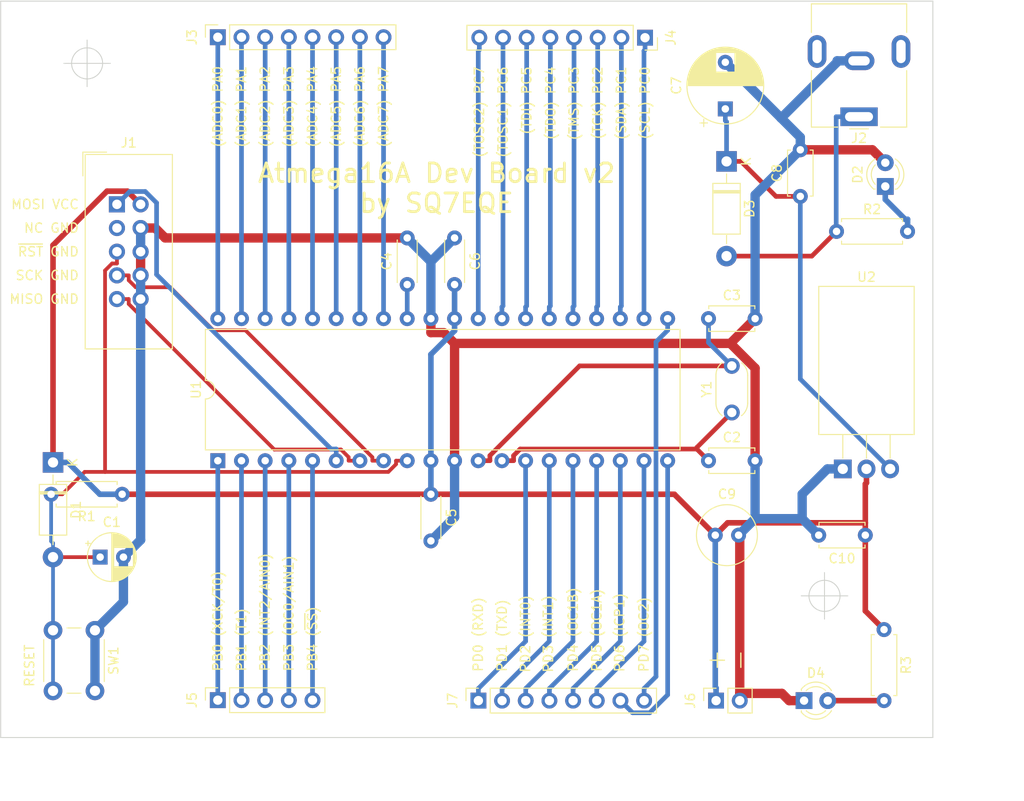
<source format=kicad_pcb>
(kicad_pcb (version 20171130) (host pcbnew 5.1.4-3.fc30)

  (general
    (thickness 1.6)
    (drawings 9)
    (tracks 212)
    (zones 0)
    (modules 28)
    (nets 44)
  )

  (page A4)
  (title_block
    (title "avr dev board atmega16 v2 PCB layout")
    (date 2019-09-19)
    (rev 1,0)
    (company "mgr inż. Paweł Sobótka")
    (comment 1 "GNU GPL v3 or later")
  )

  (layers
    (0 F.Cu signal)
    (31 B.Cu signal)
    (32 B.Adhes user)
    (33 F.Adhes user)
    (34 B.Paste user)
    (35 F.Paste user)
    (36 B.SilkS user)
    (37 F.SilkS user)
    (38 B.Mask user)
    (39 F.Mask user)
    (40 Dwgs.User user)
    (41 Cmts.User user)
    (42 Eco1.User user)
    (43 Eco2.User user)
    (44 Edge.Cuts user)
    (45 Margin user)
    (46 B.CrtYd user)
    (47 F.CrtYd user)
    (48 B.Fab user)
    (49 F.Fab user)
  )

  (setup
    (last_trace_width 0.25)
    (user_trace_width 0.5)
    (trace_clearance 0.2)
    (zone_clearance 0.508)
    (zone_45_only no)
    (trace_min 0.2)
    (via_size 0.8)
    (via_drill 0.4)
    (via_min_size 0.4)
    (via_min_drill 0.3)
    (user_via 0.8 0.4)
    (uvia_size 0.3)
    (uvia_drill 0.1)
    (uvias_allowed no)
    (uvia_min_size 0.2)
    (uvia_min_drill 0.1)
    (edge_width 0.1)
    (segment_width 0.2)
    (pcb_text_width 0.3)
    (pcb_text_size 1.5 1.5)
    (mod_edge_width 0.12)
    (mod_text_size 1 1)
    (mod_text_width 0.15)
    (pad_size 1.7 1.7)
    (pad_drill 1)
    (pad_to_mask_clearance 0.051)
    (solder_mask_min_width 0.25)
    (aux_axis_origin 40.1826 126.0348)
    (grid_origin 40.1955 47.0408)
    (visible_elements FFFFFF7F)
    (pcbplotparams
      (layerselection 0x211fc_ffffffff)
      (usegerberextensions false)
      (usegerberattributes false)
      (usegerberadvancedattributes false)
      (creategerberjobfile true)
      (excludeedgelayer true)
      (linewidth 0.100000)
      (plotframeref false)
      (viasonmask false)
      (mode 1)
      (useauxorigin false)
      (hpglpennumber 1)
      (hpglpenspeed 20)
      (hpglpendiameter 15.000000)
      (psnegative false)
      (psa4output false)
      (plotreference true)
      (plotvalue true)
      (plotinvisibletext true)
      (padsonsilk false)
      (subtractmaskfromsilk false)
      (outputformat 1)
      (mirror false)
      (drillshape 0)
      (scaleselection 1)
      (outputdirectory "gerbv/"))
  )

  (net 0 "")
  (net 1 /RESET)
  (net 2 GND)
  (net 3 "Net-(C2-Pad1)")
  (net 4 +5V)
  (net 5 "Net-(D3-Pad2)")
  (net 6 /MOSI)
  (net 7 "Net-(J1-Pad3)")
  (net 8 /SCK)
  (net 9 /MISO)
  (net 10 /PA7)
  (net 11 /PA6)
  (net 12 /PA5)
  (net 13 /PA4)
  (net 14 /PA3)
  (net 15 /PA2)
  (net 16 /PA1)
  (net 17 /PA0)
  (net 18 /PC0)
  (net 19 /PC1)
  (net 20 /PC2)
  (net 21 /PC3)
  (net 22 /PC4)
  (net 23 /PC5)
  (net 24 /PC6)
  (net 25 /PC7)
  (net 26 /PB4)
  (net 27 /PB3)
  (net 28 /PB2)
  (net 29 /PB1)
  (net 30 /PB0)
  (net 31 /PD0)
  (net 32 /PD1)
  (net 33 /PD2)
  (net 34 /PD3)
  (net 35 /PD4)
  (net 36 /PD5)
  (net 37 /PD6)
  (net 38 /PD7)
  (net 39 "Net-(C7-Pad1)")
  (net 40 "Net-(C3-Pad1)")
  (net 41 "Net-(C4-Pad1)")
  (net 42 "Net-(D2-Pad1)")
  (net 43 "Net-(D4-Pad2)")

  (net_class Default "To jest domyślna klasa połączeń."
    (clearance 0.2)
    (trace_width 0.25)
    (via_dia 0.8)
    (via_drill 0.4)
    (uvia_dia 0.3)
    (uvia_drill 0.1)
  )

  (net_class gnd ""
    (clearance 0.2)
    (trace_width 1)
    (via_dia 1.3)
    (via_drill 0.6)
    (uvia_dia 0.3)
    (uvia_drill 0.1)
    (add_net GND)
  )

  (net_class power ""
    (clearance 0.2)
    (trace_width 0.6)
    (via_dia 0.8)
    (via_drill 0.4)
    (uvia_dia 0.3)
    (uvia_drill 0.1)
    (add_net +5V)
    (add_net "Net-(D2-Pad1)")
    (add_net "Net-(D4-Pad2)")
  )

  (net_class prg ""
    (clearance 0.2)
    (trace_width 0.4)
    (via_dia 0.8)
    (via_drill 0.4)
    (uvia_dia 0.3)
    (uvia_drill 0.1)
    (add_net /MISO)
    (add_net /RESET)
    (add_net /SCK)
  )

  (net_class signals ""
    (clearance 0.2)
    (trace_width 0.5)
    (via_dia 0.8)
    (via_drill 0.4)
    (uvia_dia 0.3)
    (uvia_drill 0.1)
    (add_net /MOSI)
    (add_net /PA0)
    (add_net /PA1)
    (add_net /PA2)
    (add_net /PA3)
    (add_net /PA4)
    (add_net /PA5)
    (add_net /PA6)
    (add_net /PA7)
    (add_net /PB0)
    (add_net /PB1)
    (add_net /PB2)
    (add_net /PB3)
    (add_net /PB4)
    (add_net /PC0)
    (add_net /PC1)
    (add_net /PC2)
    (add_net /PC3)
    (add_net /PC4)
    (add_net /PC5)
    (add_net /PC6)
    (add_net /PC7)
    (add_net /PD0)
    (add_net /PD1)
    (add_net /PD2)
    (add_net /PD3)
    (add_net /PD4)
    (add_net /PD5)
    (add_net /PD6)
    (add_net /PD7)
    (add_net "Net-(C2-Pad1)")
    (add_net "Net-(C3-Pad1)")
    (add_net "Net-(C4-Pad1)")
    (add_net "Net-(C7-Pad1)")
    (add_net "Net-(D3-Pad2)")
    (add_net "Net-(J1-Pad3)")
  )

  (module Package_TO_SOT_THT:TO-220-3_Horizontal_TabDown (layer F.Cu) (tedit 5AC8BA0D) (tstamp 5D831F87)
    (at 130.523 97.216)
    (descr "TO-220-3, Horizontal, RM 2.54mm, see https://www.vishay.com/docs/66542/to-220-1.pdf")
    (tags "TO-220-3 Horizontal RM 2.54mm")
    (path /5D83C042)
    (fp_text reference U2 (at 2.54 -20.58) (layer F.SilkS)
      (effects (font (size 1 1) (thickness 0.15)))
    )
    (fp_text value LM1117-5.0 (at 2.54 2) (layer F.Fab)
      (effects (font (size 1 1) (thickness 0.15)))
    )
    (fp_text user %R (at 2.54 -20.58) (layer F.Fab)
      (effects (font (size 1 1) (thickness 0.15)))
    )
    (fp_line (start 7.79 -19.71) (end -2.71 -19.71) (layer F.CrtYd) (width 0.05))
    (fp_line (start 7.79 1.25) (end 7.79 -19.71) (layer F.CrtYd) (width 0.05))
    (fp_line (start -2.71 1.25) (end 7.79 1.25) (layer F.CrtYd) (width 0.05))
    (fp_line (start -2.71 -19.71) (end -2.71 1.25) (layer F.CrtYd) (width 0.05))
    (fp_line (start 5.08 -3.69) (end 5.08 -1.15) (layer F.SilkS) (width 0.12))
    (fp_line (start 2.54 -3.69) (end 2.54 -1.15) (layer F.SilkS) (width 0.12))
    (fp_line (start 0 -3.69) (end 0 -1.15) (layer F.SilkS) (width 0.12))
    (fp_line (start 7.66 -19.58) (end 7.66 -3.69) (layer F.SilkS) (width 0.12))
    (fp_line (start -2.58 -19.58) (end -2.58 -3.69) (layer F.SilkS) (width 0.12))
    (fp_line (start -2.58 -19.58) (end 7.66 -19.58) (layer F.SilkS) (width 0.12))
    (fp_line (start -2.58 -3.69) (end 7.66 -3.69) (layer F.SilkS) (width 0.12))
    (fp_line (start 5.08 -3.81) (end 5.08 0) (layer F.Fab) (width 0.1))
    (fp_line (start 2.54 -3.81) (end 2.54 0) (layer F.Fab) (width 0.1))
    (fp_line (start 0 -3.81) (end 0 0) (layer F.Fab) (width 0.1))
    (fp_line (start 7.54 -3.81) (end -2.46 -3.81) (layer F.Fab) (width 0.1))
    (fp_line (start 7.54 -13.06) (end 7.54 -3.81) (layer F.Fab) (width 0.1))
    (fp_line (start -2.46 -13.06) (end 7.54 -13.06) (layer F.Fab) (width 0.1))
    (fp_line (start -2.46 -3.81) (end -2.46 -13.06) (layer F.Fab) (width 0.1))
    (fp_line (start 7.54 -13.06) (end -2.46 -13.06) (layer F.Fab) (width 0.1))
    (fp_line (start 7.54 -19.46) (end 7.54 -13.06) (layer F.Fab) (width 0.1))
    (fp_line (start -2.46 -19.46) (end 7.54 -19.46) (layer F.Fab) (width 0.1))
    (fp_line (start -2.46 -13.06) (end -2.46 -19.46) (layer F.Fab) (width 0.1))
    (fp_circle (center 2.54 -16.66) (end 4.39 -16.66) (layer F.Fab) (width 0.1))
    (pad 3 thru_hole oval (at 5.08 0) (size 1.905 2) (drill 1.1) (layers *.Cu *.Mask)
      (net 39 "Net-(C7-Pad1)"))
    (pad 2 thru_hole oval (at 2.54 0) (size 1.905 2) (drill 1.1) (layers *.Cu *.Mask)
      (net 4 +5V))
    (pad 1 thru_hole rect (at 0 0) (size 1.905 2) (drill 1.1) (layers *.Cu *.Mask)
      (net 2 GND))
    (pad "" np_thru_hole oval (at 2.54 -16.66) (size 3.5 3.5) (drill 3.5) (layers *.Cu *.Mask))
    (model ${KISYS3DMOD}/Package_TO_SOT_THT.3dshapes/TO-220-3_Horizontal_TabDown.wrl
      (at (xyz 0 0 0))
      (scale (xyz 1 1 1))
      (rotate (xyz 0 0 0))
    )
  )

  (module Resistor_THT:R_Axial_DIN0207_L6.3mm_D2.5mm_P7.62mm_Horizontal (layer F.Cu) (tedit 5AE5139B) (tstamp 5D831EB3)
    (at 134.948 114.455 270)
    (descr "Resistor, Axial_DIN0207 series, Axial, Horizontal, pin pitch=7.62mm, 0.25W = 1/4W, length*diameter=6.3*2.5mm^2, http://cdn-reichelt.de/documents/datenblatt/B400/1_4W%23YAG.pdf")
    (tags "Resistor Axial_DIN0207 series Axial Horizontal pin pitch 7.62mm 0.25W = 1/4W length 6.3mm diameter 2.5mm")
    (path /5D84037D)
    (fp_text reference R3 (at 3.81 -2.37 90) (layer F.SilkS)
      (effects (font (size 1 1) (thickness 0.15)))
    )
    (fp_text value 330 (at 3.81 2.37 90) (layer F.Fab)
      (effects (font (size 1 1) (thickness 0.15)))
    )
    (fp_text user %R (at 3.81 0 90) (layer F.Fab)
      (effects (font (size 1 1) (thickness 0.15)))
    )
    (fp_line (start 8.67 -1.5) (end -1.05 -1.5) (layer F.CrtYd) (width 0.05))
    (fp_line (start 8.67 1.5) (end 8.67 -1.5) (layer F.CrtYd) (width 0.05))
    (fp_line (start -1.05 1.5) (end 8.67 1.5) (layer F.CrtYd) (width 0.05))
    (fp_line (start -1.05 -1.5) (end -1.05 1.5) (layer F.CrtYd) (width 0.05))
    (fp_line (start 7.08 1.37) (end 7.08 1.04) (layer F.SilkS) (width 0.12))
    (fp_line (start 0.54 1.37) (end 7.08 1.37) (layer F.SilkS) (width 0.12))
    (fp_line (start 0.54 1.04) (end 0.54 1.37) (layer F.SilkS) (width 0.12))
    (fp_line (start 7.08 -1.37) (end 7.08 -1.04) (layer F.SilkS) (width 0.12))
    (fp_line (start 0.54 -1.37) (end 7.08 -1.37) (layer F.SilkS) (width 0.12))
    (fp_line (start 0.54 -1.04) (end 0.54 -1.37) (layer F.SilkS) (width 0.12))
    (fp_line (start 7.62 0) (end 6.96 0) (layer F.Fab) (width 0.1))
    (fp_line (start 0 0) (end 0.66 0) (layer F.Fab) (width 0.1))
    (fp_line (start 6.96 -1.25) (end 0.66 -1.25) (layer F.Fab) (width 0.1))
    (fp_line (start 6.96 1.25) (end 6.96 -1.25) (layer F.Fab) (width 0.1))
    (fp_line (start 0.66 1.25) (end 6.96 1.25) (layer F.Fab) (width 0.1))
    (fp_line (start 0.66 -1.25) (end 0.66 1.25) (layer F.Fab) (width 0.1))
    (pad 2 thru_hole oval (at 7.62 0 270) (size 1.6 1.6) (drill 0.8) (layers *.Cu *.Mask)
      (net 43 "Net-(D4-Pad2)"))
    (pad 1 thru_hole circle (at 0 0 270) (size 1.6 1.6) (drill 0.8) (layers *.Cu *.Mask)
      (net 4 +5V))
    (model ${KISYS3DMOD}/Resistor_THT.3dshapes/R_Axial_DIN0207_L6.3mm_D2.5mm_P7.62mm_Horizontal.wrl
      (at (xyz 0 0 0))
      (scale (xyz 1 1 1))
      (rotate (xyz 0 0 0))
    )
  )

  (module Resistor_THT:R_Axial_DIN0207_L6.3mm_D2.5mm_P7.62mm_Horizontal (layer F.Cu) (tedit 5AE5139B) (tstamp 5D831E9C)
    (at 129.852 71.7372)
    (descr "Resistor, Axial_DIN0207 series, Axial, Horizontal, pin pitch=7.62mm, 0.25W = 1/4W, length*diameter=6.3*2.5mm^2, http://cdn-reichelt.de/documents/datenblatt/B400/1_4W%23YAG.pdf")
    (tags "Resistor Axial_DIN0207 series Axial Horizontal pin pitch 7.62mm 0.25W = 1/4W length 6.3mm diameter 2.5mm")
    (path /5D83DEF1)
    (fp_text reference R2 (at 3.81 -2.37) (layer F.SilkS)
      (effects (font (size 1 1) (thickness 0.15)))
    )
    (fp_text value 1k (at 3.81 2.37) (layer F.Fab)
      (effects (font (size 1 1) (thickness 0.15)))
    )
    (fp_text user %R (at 3.81 0) (layer F.Fab)
      (effects (font (size 1 1) (thickness 0.15)))
    )
    (fp_line (start 8.67 -1.5) (end -1.05 -1.5) (layer F.CrtYd) (width 0.05))
    (fp_line (start 8.67 1.5) (end 8.67 -1.5) (layer F.CrtYd) (width 0.05))
    (fp_line (start -1.05 1.5) (end 8.67 1.5) (layer F.CrtYd) (width 0.05))
    (fp_line (start -1.05 -1.5) (end -1.05 1.5) (layer F.CrtYd) (width 0.05))
    (fp_line (start 7.08 1.37) (end 7.08 1.04) (layer F.SilkS) (width 0.12))
    (fp_line (start 0.54 1.37) (end 7.08 1.37) (layer F.SilkS) (width 0.12))
    (fp_line (start 0.54 1.04) (end 0.54 1.37) (layer F.SilkS) (width 0.12))
    (fp_line (start 7.08 -1.37) (end 7.08 -1.04) (layer F.SilkS) (width 0.12))
    (fp_line (start 0.54 -1.37) (end 7.08 -1.37) (layer F.SilkS) (width 0.12))
    (fp_line (start 0.54 -1.04) (end 0.54 -1.37) (layer F.SilkS) (width 0.12))
    (fp_line (start 7.62 0) (end 6.96 0) (layer F.Fab) (width 0.1))
    (fp_line (start 0 0) (end 0.66 0) (layer F.Fab) (width 0.1))
    (fp_line (start 6.96 -1.25) (end 0.66 -1.25) (layer F.Fab) (width 0.1))
    (fp_line (start 6.96 1.25) (end 6.96 -1.25) (layer F.Fab) (width 0.1))
    (fp_line (start 0.66 1.25) (end 6.96 1.25) (layer F.Fab) (width 0.1))
    (fp_line (start 0.66 -1.25) (end 0.66 1.25) (layer F.Fab) (width 0.1))
    (pad 2 thru_hole oval (at 7.62 0) (size 1.6 1.6) (drill 0.8) (layers *.Cu *.Mask)
      (net 42 "Net-(D2-Pad1)"))
    (pad 1 thru_hole circle (at 0 0) (size 1.6 1.6) (drill 0.8) (layers *.Cu *.Mask)
      (net 5 "Net-(D3-Pad2)"))
    (model ${KISYS3DMOD}/Resistor_THT.3dshapes/R_Axial_DIN0207_L6.3mm_D2.5mm_P7.62mm_Horizontal.wrl
      (at (xyz 0 0 0))
      (scale (xyz 1 1 1))
      (rotate (xyz 0 0 0))
    )
  )

  (module Resistor_THT:R_Axial_DIN0207_L6.3mm_D2.5mm_P7.62mm_Horizontal (layer F.Cu) (tedit 5AE5139B) (tstamp 5D6915A5)
    (at 53.213 99.9363 180)
    (descr "Resistor, Axial_DIN0207 series, Axial, Horizontal, pin pitch=7.62mm, 0.25W = 1/4W, length*diameter=6.3*2.5mm^2, http://cdn-reichelt.de/documents/datenblatt/B400/1_4W%23YAG.pdf")
    (tags "Resistor Axial_DIN0207 series Axial Horizontal pin pitch 7.62mm 0.25W = 1/4W length 6.3mm diameter 2.5mm")
    (path /5D67D6FC)
    (fp_text reference R1 (at 3.81 -2.37) (layer F.SilkS)
      (effects (font (size 1 1) (thickness 0.15)))
    )
    (fp_text value 10k (at 3.81 2.37) (layer F.Fab)
      (effects (font (size 1 1) (thickness 0.15)))
    )
    (fp_text user %R (at 3.81 0) (layer F.Fab)
      (effects (font (size 1 1) (thickness 0.15)))
    )
    (fp_line (start 8.67 -1.5) (end -1.05 -1.5) (layer F.CrtYd) (width 0.05))
    (fp_line (start 8.67 1.5) (end 8.67 -1.5) (layer F.CrtYd) (width 0.05))
    (fp_line (start -1.05 1.5) (end 8.67 1.5) (layer F.CrtYd) (width 0.05))
    (fp_line (start -1.05 -1.5) (end -1.05 1.5) (layer F.CrtYd) (width 0.05))
    (fp_line (start 7.08 1.37) (end 7.08 1.04) (layer F.SilkS) (width 0.12))
    (fp_line (start 0.54 1.37) (end 7.08 1.37) (layer F.SilkS) (width 0.12))
    (fp_line (start 0.54 1.04) (end 0.54 1.37) (layer F.SilkS) (width 0.12))
    (fp_line (start 7.08 -1.37) (end 7.08 -1.04) (layer F.SilkS) (width 0.12))
    (fp_line (start 0.54 -1.37) (end 7.08 -1.37) (layer F.SilkS) (width 0.12))
    (fp_line (start 0.54 -1.04) (end 0.54 -1.37) (layer F.SilkS) (width 0.12))
    (fp_line (start 7.62 0) (end 6.96 0) (layer F.Fab) (width 0.1))
    (fp_line (start 0 0) (end 0.66 0) (layer F.Fab) (width 0.1))
    (fp_line (start 6.96 -1.25) (end 0.66 -1.25) (layer F.Fab) (width 0.1))
    (fp_line (start 6.96 1.25) (end 6.96 -1.25) (layer F.Fab) (width 0.1))
    (fp_line (start 0.66 1.25) (end 6.96 1.25) (layer F.Fab) (width 0.1))
    (fp_line (start 0.66 -1.25) (end 0.66 1.25) (layer F.Fab) (width 0.1))
    (pad 2 thru_hole oval (at 7.62 0 180) (size 1.6 1.6) (drill 0.8) (layers *.Cu *.Mask)
      (net 1 /RESET))
    (pad 1 thru_hole circle (at 0 0 180) (size 1.6 1.6) (drill 0.8) (layers *.Cu *.Mask)
      (net 4 +5V))
    (model ${KISYS3DMOD}/Resistor_THT.3dshapes/R_Axial_DIN0207_L6.3mm_D2.5mm_P7.62mm_Horizontal.wrl
      (at (xyz 0 0 0))
      (scale (xyz 1 1 1))
      (rotate (xyz 0 0 0))
    )
  )

  (module Connector_BarrelJack:BarrelJack_CUI_PJ-063AH_Horizontal (layer F.Cu) (tedit 5B0886BD) (tstamp 5D831D35)
    (at 132.265 59.436 180)
    (descr "Barrel Jack, 2.0mm ID, 5.5mm OD, 24V, 8A, no switch, https://www.cui.com/product/resource/pj-063ah.pdf")
    (tags "barrel jack cui dc power")
    (path /5D83E687)
    (fp_text reference J2 (at 0 -2.3) (layer F.SilkS)
      (effects (font (size 1 1) (thickness 0.15)))
    )
    (fp_text value "DC 7-15V" (at -6.84276 4.5974 90) (layer F.Fab)
      (effects (font (size 1 1) (thickness 0.15)))
    )
    (fp_text user %R (at 0 5.5) (layer F.Fab)
      (effects (font (size 1 1) (thickness 0.15)))
    )
    (fp_line (start 6 -1.5) (end -6 -1.5) (layer F.CrtYd) (width 0.05))
    (fp_line (start 6 12.5) (end 6 -1.5) (layer F.CrtYd) (width 0.05))
    (fp_line (start -6 12.5) (end 6 12.5) (layer F.CrtYd) (width 0.05))
    (fp_line (start -6 -1.5) (end -6 12.5) (layer F.CrtYd) (width 0.05))
    (fp_line (start -1 -1.3) (end 1 -1.3) (layer F.SilkS) (width 0.12))
    (fp_line (start -5.11 12.11) (end -5.11 9.05) (layer F.SilkS) (width 0.12))
    (fp_line (start 5.11 12.11) (end -5.11 12.11) (layer F.SilkS) (width 0.12))
    (fp_line (start 5.11 9.05) (end 5.11 12.11) (layer F.SilkS) (width 0.12))
    (fp_line (start 5.11 -1.11) (end 5.11 4.95) (layer F.SilkS) (width 0.12))
    (fp_line (start 2.3 -1.11) (end 5.11 -1.11) (layer F.SilkS) (width 0.12))
    (fp_line (start -5.11 -1.11) (end -2.3 -1.11) (layer F.SilkS) (width 0.12))
    (fp_line (start -5.11 4.95) (end -5.11 -1.11) (layer F.SilkS) (width 0.12))
    (fp_line (start -5 12) (end -5 -1) (layer F.Fab) (width 0.1))
    (fp_line (start 5 12) (end -5 12) (layer F.Fab) (width 0.1))
    (fp_line (start 5 -1) (end 5 12) (layer F.Fab) (width 0.1))
    (fp_line (start 1 -1) (end 5 -1) (layer F.Fab) (width 0.1))
    (fp_line (start 0 0) (end 1 -1) (layer F.Fab) (width 0.1))
    (fp_line (start -1 -1) (end 0 0) (layer F.Fab) (width 0.1))
    (fp_line (start -5 -1) (end -1 -1) (layer F.Fab) (width 0.1))
    (pad "" np_thru_hole circle (at 0 9 180) (size 1.6 1.6) (drill 1.6) (layers *.Cu *.Mask))
    (pad MP thru_hole oval (at 4.5 7 180) (size 2 3.5) (drill oval 1 2.5) (layers *.Cu *.Mask))
    (pad MP thru_hole oval (at -4.5 7 180) (size 2 3.5) (drill oval 1 2.5) (layers *.Cu *.Mask))
    (pad 2 thru_hole oval (at 0 6 180) (size 3.3 2) (drill oval 2.3 1) (layers *.Cu *.Mask)
      (net 2 GND))
    (pad 1 thru_hole rect (at 0 0 180) (size 4 2) (drill oval 3 1) (layers *.Cu *.Mask)
      (net 5 "Net-(D3-Pad2)"))
    (model ${KISYS3DMOD}/Connector_BarrelJack.3dshapes/BarrelJack_CUI_PJ-063AH_Horizontal.wrl
      (at (xyz 0 0 0))
      (scale (xyz 1 1 1))
      (rotate (xyz 0 0 0))
    )
  )

  (module LED_THT:LED_D3.0mm (layer F.Cu) (tedit 587A3A7B) (tstamp 5D831CC0)
    (at 126.368 122.075)
    (descr "LED, diameter 3.0mm, 2 pins")
    (tags "LED diameter 3.0mm 2 pins")
    (path /5D840085)
    (fp_text reference D4 (at 1.27 -2.96) (layer F.SilkS)
      (effects (font (size 1 1) (thickness 0.15)))
    )
    (fp_text value "GREEN(On)" (at 1.27 2.96) (layer F.Fab)
      (effects (font (size 1 1) (thickness 0.15)))
    )
    (fp_line (start 3.7 -2.25) (end -1.15 -2.25) (layer F.CrtYd) (width 0.05))
    (fp_line (start 3.7 2.25) (end 3.7 -2.25) (layer F.CrtYd) (width 0.05))
    (fp_line (start -1.15 2.25) (end 3.7 2.25) (layer F.CrtYd) (width 0.05))
    (fp_line (start -1.15 -2.25) (end -1.15 2.25) (layer F.CrtYd) (width 0.05))
    (fp_line (start -0.29 1.08) (end -0.29 1.236) (layer F.SilkS) (width 0.12))
    (fp_line (start -0.29 -1.236) (end -0.29 -1.08) (layer F.SilkS) (width 0.12))
    (fp_line (start -0.23 -1.16619) (end -0.23 1.16619) (layer F.Fab) (width 0.1))
    (fp_circle (center 1.27 0) (end 2.77 0) (layer F.Fab) (width 0.1))
    (fp_arc (start 1.27 0) (end 0.229039 1.08) (angle -87.9) (layer F.SilkS) (width 0.12))
    (fp_arc (start 1.27 0) (end 0.229039 -1.08) (angle 87.9) (layer F.SilkS) (width 0.12))
    (fp_arc (start 1.27 0) (end -0.29 1.235516) (angle -108.8) (layer F.SilkS) (width 0.12))
    (fp_arc (start 1.27 0) (end -0.29 -1.235516) (angle 108.8) (layer F.SilkS) (width 0.12))
    (fp_arc (start 1.27 0) (end -0.23 -1.16619) (angle 284.3) (layer F.Fab) (width 0.1))
    (pad 2 thru_hole circle (at 2.54 0) (size 1.8 1.8) (drill 0.9) (layers *.Cu *.Mask)
      (net 43 "Net-(D4-Pad2)"))
    (pad 1 thru_hole rect (at 0 0) (size 1.8 1.8) (drill 0.9) (layers *.Cu *.Mask)
      (net 2 GND))
    (model ${KISYS3DMOD}/LED_THT.3dshapes/LED_D3.0mm.wrl
      (at (xyz 0 0 0))
      (scale (xyz 1 1 1))
      (rotate (xyz 0 0 0))
    )
  )

  (module Diode_THT:D_DO-41_SOD81_P10.16mm_Horizontal (layer F.Cu) (tedit 5AE50CD5) (tstamp 5D831CAD)
    (at 118.052 64.2264 270)
    (descr "Diode, DO-41_SOD81 series, Axial, Horizontal, pin pitch=10.16mm, , length*diameter=5.2*2.7mm^2, , http://www.diodes.com/_files/packages/DO-41%20(Plastic).pdf")
    (tags "Diode DO-41_SOD81 series Axial Horizontal pin pitch 10.16mm  length 5.2mm diameter 2.7mm")
    (path /5D83FD09)
    (fp_text reference D3 (at 5.08 -2.47 90) (layer F.SilkS)
      (effects (font (size 1 1) (thickness 0.15)))
    )
    (fp_text value 1N4001 (at 5.08 2.47 90) (layer F.Fab)
      (effects (font (size 1 1) (thickness 0.15)))
    )
    (fp_text user K (at 0 -2.1 90) (layer F.SilkS)
      (effects (font (size 1 1) (thickness 0.15)))
    )
    (fp_text user K (at 0 -2.1 90) (layer F.Fab)
      (effects (font (size 1 1) (thickness 0.15)))
    )
    (fp_text user %R (at 5.47 0 90) (layer F.Fab)
      (effects (font (size 1 1) (thickness 0.15)))
    )
    (fp_line (start 11.51 -1.6) (end -1.35 -1.6) (layer F.CrtYd) (width 0.05))
    (fp_line (start 11.51 1.6) (end 11.51 -1.6) (layer F.CrtYd) (width 0.05))
    (fp_line (start -1.35 1.6) (end 11.51 1.6) (layer F.CrtYd) (width 0.05))
    (fp_line (start -1.35 -1.6) (end -1.35 1.6) (layer F.CrtYd) (width 0.05))
    (fp_line (start 3.14 -1.47) (end 3.14 1.47) (layer F.SilkS) (width 0.12))
    (fp_line (start 3.38 -1.47) (end 3.38 1.47) (layer F.SilkS) (width 0.12))
    (fp_line (start 3.26 -1.47) (end 3.26 1.47) (layer F.SilkS) (width 0.12))
    (fp_line (start 8.82 0) (end 7.8 0) (layer F.SilkS) (width 0.12))
    (fp_line (start 1.34 0) (end 2.36 0) (layer F.SilkS) (width 0.12))
    (fp_line (start 7.8 -1.47) (end 2.36 -1.47) (layer F.SilkS) (width 0.12))
    (fp_line (start 7.8 1.47) (end 7.8 -1.47) (layer F.SilkS) (width 0.12))
    (fp_line (start 2.36 1.47) (end 7.8 1.47) (layer F.SilkS) (width 0.12))
    (fp_line (start 2.36 -1.47) (end 2.36 1.47) (layer F.SilkS) (width 0.12))
    (fp_line (start 3.16 -1.35) (end 3.16 1.35) (layer F.Fab) (width 0.1))
    (fp_line (start 3.36 -1.35) (end 3.36 1.35) (layer F.Fab) (width 0.1))
    (fp_line (start 3.26 -1.35) (end 3.26 1.35) (layer F.Fab) (width 0.1))
    (fp_line (start 10.16 0) (end 7.68 0) (layer F.Fab) (width 0.1))
    (fp_line (start 0 0) (end 2.48 0) (layer F.Fab) (width 0.1))
    (fp_line (start 7.68 -1.35) (end 2.48 -1.35) (layer F.Fab) (width 0.1))
    (fp_line (start 7.68 1.35) (end 7.68 -1.35) (layer F.Fab) (width 0.1))
    (fp_line (start 2.48 1.35) (end 7.68 1.35) (layer F.Fab) (width 0.1))
    (fp_line (start 2.48 -1.35) (end 2.48 1.35) (layer F.Fab) (width 0.1))
    (pad 2 thru_hole oval (at 10.16 0 270) (size 2.2 2.2) (drill 1.1) (layers *.Cu *.Mask)
      (net 5 "Net-(D3-Pad2)"))
    (pad 1 thru_hole rect (at 0 0 270) (size 2.2 2.2) (drill 1.1) (layers *.Cu *.Mask)
      (net 39 "Net-(C7-Pad1)"))
    (model ${KISYS3DMOD}/Diode_THT.3dshapes/D_DO-41_SOD81_P10.16mm_Horizontal.wrl
      (at (xyz 0 0 0))
      (scale (xyz 1 1 1))
      (rotate (xyz 0 0 0))
    )
  )

  (module LED_THT:LED_D3.0mm (layer F.Cu) (tedit 587A3A7B) (tstamp 5D831C8E)
    (at 135.082 66.9087 90)
    (descr "LED, diameter 3.0mm, 2 pins")
    (tags "LED diameter 3.0mm 2 pins")
    (path /5D83C63D)
    (fp_text reference D2 (at 1.27 -2.96 90) (layer F.SilkS)
      (effects (font (size 1 1) (thickness 0.15)))
    )
    (fp_text value "RED(Err)" (at 1.27 2.96 90) (layer F.Fab)
      (effects (font (size 1 1) (thickness 0.15)))
    )
    (fp_line (start 3.7 -2.25) (end -1.15 -2.25) (layer F.CrtYd) (width 0.05))
    (fp_line (start 3.7 2.25) (end 3.7 -2.25) (layer F.CrtYd) (width 0.05))
    (fp_line (start -1.15 2.25) (end 3.7 2.25) (layer F.CrtYd) (width 0.05))
    (fp_line (start -1.15 -2.25) (end -1.15 2.25) (layer F.CrtYd) (width 0.05))
    (fp_line (start -0.29 1.08) (end -0.29 1.236) (layer F.SilkS) (width 0.12))
    (fp_line (start -0.29 -1.236) (end -0.29 -1.08) (layer F.SilkS) (width 0.12))
    (fp_line (start -0.23 -1.16619) (end -0.23 1.16619) (layer F.Fab) (width 0.1))
    (fp_circle (center 1.27 0) (end 2.77 0) (layer F.Fab) (width 0.1))
    (fp_arc (start 1.27 0) (end 0.229039 1.08) (angle -87.9) (layer F.SilkS) (width 0.12))
    (fp_arc (start 1.27 0) (end 0.229039 -1.08) (angle 87.9) (layer F.SilkS) (width 0.12))
    (fp_arc (start 1.27 0) (end -0.29 1.235516) (angle -108.8) (layer F.SilkS) (width 0.12))
    (fp_arc (start 1.27 0) (end -0.29 -1.235516) (angle 108.8) (layer F.SilkS) (width 0.12))
    (fp_arc (start 1.27 0) (end -0.23 -1.16619) (angle 284.3) (layer F.Fab) (width 0.1))
    (pad 2 thru_hole circle (at 2.54 0 90) (size 1.8 1.8) (drill 0.9) (layers *.Cu *.Mask)
      (net 2 GND))
    (pad 1 thru_hole rect (at 0 0 90) (size 1.8 1.8) (drill 0.9) (layers *.Cu *.Mask)
      (net 42 "Net-(D2-Pad1)"))
    (model ${KISYS3DMOD}/LED_THT.3dshapes/LED_D3.0mm.wrl
      (at (xyz 0 0 0))
      (scale (xyz 1 1 1))
      (rotate (xyz 0 0 0))
    )
  )

  (module Capacitor_THT:C_Disc_D4.7mm_W2.5mm_P5.00mm (layer F.Cu) (tedit 5AE50EF0) (tstamp 5D831C3F)
    (at 132.939 104.325 180)
    (descr "C, Disc series, Radial, pin pitch=5.00mm, , diameter*width=4.7*2.5mm^2, Capacitor, http://www.vishay.com/docs/45233/krseries.pdf")
    (tags "C Disc series Radial pin pitch 5.00mm  diameter 4.7mm width 2.5mm Capacitor")
    (path /5D83F397)
    (fp_text reference C10 (at 2.5 -2.5) (layer F.SilkS)
      (effects (font (size 1 1) (thickness 0.15)))
    )
    (fp_text value 100n (at 2.5 2.5) (layer F.Fab)
      (effects (font (size 1 1) (thickness 0.15)))
    )
    (fp_text user %R (at 2.5 0) (layer F.Fab)
      (effects (font (size 0.94 0.94) (thickness 0.141)))
    )
    (fp_line (start 6.05 -1.5) (end -1.05 -1.5) (layer F.CrtYd) (width 0.05))
    (fp_line (start 6.05 1.5) (end 6.05 -1.5) (layer F.CrtYd) (width 0.05))
    (fp_line (start -1.05 1.5) (end 6.05 1.5) (layer F.CrtYd) (width 0.05))
    (fp_line (start -1.05 -1.5) (end -1.05 1.5) (layer F.CrtYd) (width 0.05))
    (fp_line (start 4.97 1.055) (end 4.97 1.37) (layer F.SilkS) (width 0.12))
    (fp_line (start 4.97 -1.37) (end 4.97 -1.055) (layer F.SilkS) (width 0.12))
    (fp_line (start 0.03 1.055) (end 0.03 1.37) (layer F.SilkS) (width 0.12))
    (fp_line (start 0.03 -1.37) (end 0.03 -1.055) (layer F.SilkS) (width 0.12))
    (fp_line (start 0.03 1.37) (end 4.97 1.37) (layer F.SilkS) (width 0.12))
    (fp_line (start 0.03 -1.37) (end 4.97 -1.37) (layer F.SilkS) (width 0.12))
    (fp_line (start 4.85 -1.25) (end 0.15 -1.25) (layer F.Fab) (width 0.1))
    (fp_line (start 4.85 1.25) (end 4.85 -1.25) (layer F.Fab) (width 0.1))
    (fp_line (start 0.15 1.25) (end 4.85 1.25) (layer F.Fab) (width 0.1))
    (fp_line (start 0.15 -1.25) (end 0.15 1.25) (layer F.Fab) (width 0.1))
    (pad 2 thru_hole circle (at 5 0 180) (size 1.6 1.6) (drill 0.8) (layers *.Cu *.Mask)
      (net 2 GND))
    (pad 1 thru_hole circle (at 0 0 180) (size 1.6 1.6) (drill 0.8) (layers *.Cu *.Mask)
      (net 4 +5V))
    (model ${KISYS3DMOD}/Capacitor_THT.3dshapes/C_Disc_D4.7mm_W2.5mm_P5.00mm.wrl
      (at (xyz 0 0 0))
      (scale (xyz 1 1 1))
      (rotate (xyz 0 0 0))
    )
  )

  (module Capacitor_THT:C_Radial_D6.3mm_H11.0mm_P2.50mm (layer F.Cu) (tedit 5BC5C9B9) (tstamp 5D831C2A)
    (at 116.843 104.325)
    (descr "C, Radial series, Radial, pin pitch=2.50mm, diameter=6.3mm, height=11mm, Non-Polar Electrolytic Capacitor")
    (tags "C Radial series Radial pin pitch 2.50mm diameter 6.3mm height 11mm Non-Polar Electrolytic Capacitor")
    (path /5D83F09F)
    (fp_text reference C9 (at 1.25 -4.4) (layer F.SilkS)
      (effects (font (size 1 1) (thickness 0.15)))
    )
    (fp_text value 10u (at 1.25 4.4) (layer F.Fab)
      (effects (font (size 1 1) (thickness 0.15)))
    )
    (fp_text user %R (at 1.25 0) (layer F.Fab)
      (effects (font (size 1 1) (thickness 0.15)))
    )
    (fp_circle (center 1.25 0) (end 4.65 0) (layer F.CrtYd) (width 0.05))
    (fp_circle (center 1.25 0) (end 4.52 0) (layer F.SilkS) (width 0.12))
    (fp_circle (center 1.25 0) (end 4.4 0) (layer F.Fab) (width 0.1))
    (pad 2 thru_hole circle (at 2.5 0) (size 1.6 1.6) (drill 0.8) (layers *.Cu *.Mask)
      (net 2 GND))
    (pad 1 thru_hole circle (at 0 0) (size 1.6 1.6) (drill 0.8) (layers *.Cu *.Mask)
      (net 4 +5V))
    (model ${KISYS3DMOD}/Capacitor_THT.3dshapes/C_Radial_D6.3mm_H11.0mm_P2.50mm.wrl
      (at (xyz 0 0 0))
      (scale (xyz 1 1 1))
      (rotate (xyz 0 0 0))
    )
  )

  (module Capacitor_THT:C_Disc_D4.7mm_W2.5mm_P5.00mm (layer F.Cu) (tedit 5AE50EF0) (tstamp 5D831C20)
    (at 125.964 67.9806 90)
    (descr "C, Disc series, Radial, pin pitch=5.00mm, , diameter*width=4.7*2.5mm^2, Capacitor, http://www.vishay.com/docs/45233/krseries.pdf")
    (tags "C Disc series Radial pin pitch 5.00mm  diameter 4.7mm width 2.5mm Capacitor")
    (path /5D83D4E2)
    (fp_text reference C8 (at 2.5 -2.5 90) (layer F.SilkS)
      (effects (font (size 1 1) (thickness 0.15)))
    )
    (fp_text value 100n (at 2.5 2.5 90) (layer F.Fab)
      (effects (font (size 1 1) (thickness 0.15)))
    )
    (fp_text user %R (at 2.5 0 270) (layer F.Fab)
      (effects (font (size 0.94 0.94) (thickness 0.141)))
    )
    (fp_line (start 6.05 -1.5) (end -1.05 -1.5) (layer F.CrtYd) (width 0.05))
    (fp_line (start 6.05 1.5) (end 6.05 -1.5) (layer F.CrtYd) (width 0.05))
    (fp_line (start -1.05 1.5) (end 6.05 1.5) (layer F.CrtYd) (width 0.05))
    (fp_line (start -1.05 -1.5) (end -1.05 1.5) (layer F.CrtYd) (width 0.05))
    (fp_line (start 4.97 1.055) (end 4.97 1.37) (layer F.SilkS) (width 0.12))
    (fp_line (start 4.97 -1.37) (end 4.97 -1.055) (layer F.SilkS) (width 0.12))
    (fp_line (start 0.03 1.055) (end 0.03 1.37) (layer F.SilkS) (width 0.12))
    (fp_line (start 0.03 -1.37) (end 0.03 -1.055) (layer F.SilkS) (width 0.12))
    (fp_line (start 0.03 1.37) (end 4.97 1.37) (layer F.SilkS) (width 0.12))
    (fp_line (start 0.03 -1.37) (end 4.97 -1.37) (layer F.SilkS) (width 0.12))
    (fp_line (start 4.85 -1.25) (end 0.15 -1.25) (layer F.Fab) (width 0.1))
    (fp_line (start 4.85 1.25) (end 4.85 -1.25) (layer F.Fab) (width 0.1))
    (fp_line (start 0.15 1.25) (end 4.85 1.25) (layer F.Fab) (width 0.1))
    (fp_line (start 0.15 -1.25) (end 0.15 1.25) (layer F.Fab) (width 0.1))
    (pad 2 thru_hole circle (at 5 0 90) (size 1.6 1.6) (drill 0.8) (layers *.Cu *.Mask)
      (net 2 GND))
    (pad 1 thru_hole circle (at 0 0 90) (size 1.6 1.6) (drill 0.8) (layers *.Cu *.Mask)
      (net 39 "Net-(C7-Pad1)"))
    (model ${KISYS3DMOD}/Capacitor_THT.3dshapes/C_Disc_D4.7mm_W2.5mm_P5.00mm.wrl
      (at (xyz 0 0 0))
      (scale (xyz 1 1 1))
      (rotate (xyz 0 0 0))
    )
  )

  (module Capacitor_THT:CP_Radial_D8.0mm_P5.00mm (layer F.Cu) (tedit 5AE50EF0) (tstamp 5D831C0B)
    (at 117.92 58.5927 90)
    (descr "CP, Radial series, Radial, pin pitch=5.00mm, , diameter=8mm, Electrolytic Capacitor")
    (tags "CP Radial series Radial pin pitch 5.00mm  diameter 8mm Electrolytic Capacitor")
    (path /5D83CD7A)
    (fp_text reference C7 (at 2.5 -5.25 90) (layer F.SilkS)
      (effects (font (size 1 1) (thickness 0.15)))
    )
    (fp_text value 100u (at 2.5 5.25 90) (layer F.Fab)
      (effects (font (size 1 1) (thickness 0.15)))
    )
    (fp_text user %R (at 2.5 0 90) (layer F.Fab)
      (effects (font (size 1 1) (thickness 0.15)))
    )
    (fp_line (start -1.509698 -2.715) (end -1.509698 -1.915) (layer F.SilkS) (width 0.12))
    (fp_line (start -1.909698 -2.315) (end -1.109698 -2.315) (layer F.SilkS) (width 0.12))
    (fp_line (start 6.581 -0.533) (end 6.581 0.533) (layer F.SilkS) (width 0.12))
    (fp_line (start 6.541 -0.768) (end 6.541 0.768) (layer F.SilkS) (width 0.12))
    (fp_line (start 6.501 -0.948) (end 6.501 0.948) (layer F.SilkS) (width 0.12))
    (fp_line (start 6.461 -1.098) (end 6.461 1.098) (layer F.SilkS) (width 0.12))
    (fp_line (start 6.421 -1.229) (end 6.421 1.229) (layer F.SilkS) (width 0.12))
    (fp_line (start 6.381 -1.346) (end 6.381 1.346) (layer F.SilkS) (width 0.12))
    (fp_line (start 6.341 -1.453) (end 6.341 1.453) (layer F.SilkS) (width 0.12))
    (fp_line (start 6.301 -1.552) (end 6.301 1.552) (layer F.SilkS) (width 0.12))
    (fp_line (start 6.261 -1.645) (end 6.261 1.645) (layer F.SilkS) (width 0.12))
    (fp_line (start 6.221 -1.731) (end 6.221 1.731) (layer F.SilkS) (width 0.12))
    (fp_line (start 6.181 -1.813) (end 6.181 1.813) (layer F.SilkS) (width 0.12))
    (fp_line (start 6.141 -1.89) (end 6.141 1.89) (layer F.SilkS) (width 0.12))
    (fp_line (start 6.101 -1.964) (end 6.101 1.964) (layer F.SilkS) (width 0.12))
    (fp_line (start 6.061 -2.034) (end 6.061 2.034) (layer F.SilkS) (width 0.12))
    (fp_line (start 6.021 1.04) (end 6.021 2.102) (layer F.SilkS) (width 0.12))
    (fp_line (start 6.021 -2.102) (end 6.021 -1.04) (layer F.SilkS) (width 0.12))
    (fp_line (start 5.981 1.04) (end 5.981 2.166) (layer F.SilkS) (width 0.12))
    (fp_line (start 5.981 -2.166) (end 5.981 -1.04) (layer F.SilkS) (width 0.12))
    (fp_line (start 5.941 1.04) (end 5.941 2.228) (layer F.SilkS) (width 0.12))
    (fp_line (start 5.941 -2.228) (end 5.941 -1.04) (layer F.SilkS) (width 0.12))
    (fp_line (start 5.901 1.04) (end 5.901 2.287) (layer F.SilkS) (width 0.12))
    (fp_line (start 5.901 -2.287) (end 5.901 -1.04) (layer F.SilkS) (width 0.12))
    (fp_line (start 5.861 1.04) (end 5.861 2.345) (layer F.SilkS) (width 0.12))
    (fp_line (start 5.861 -2.345) (end 5.861 -1.04) (layer F.SilkS) (width 0.12))
    (fp_line (start 5.821 1.04) (end 5.821 2.4) (layer F.SilkS) (width 0.12))
    (fp_line (start 5.821 -2.4) (end 5.821 -1.04) (layer F.SilkS) (width 0.12))
    (fp_line (start 5.781 1.04) (end 5.781 2.454) (layer F.SilkS) (width 0.12))
    (fp_line (start 5.781 -2.454) (end 5.781 -1.04) (layer F.SilkS) (width 0.12))
    (fp_line (start 5.741 1.04) (end 5.741 2.505) (layer F.SilkS) (width 0.12))
    (fp_line (start 5.741 -2.505) (end 5.741 -1.04) (layer F.SilkS) (width 0.12))
    (fp_line (start 5.701 1.04) (end 5.701 2.556) (layer F.SilkS) (width 0.12))
    (fp_line (start 5.701 -2.556) (end 5.701 -1.04) (layer F.SilkS) (width 0.12))
    (fp_line (start 5.661 1.04) (end 5.661 2.604) (layer F.SilkS) (width 0.12))
    (fp_line (start 5.661 -2.604) (end 5.661 -1.04) (layer F.SilkS) (width 0.12))
    (fp_line (start 5.621 1.04) (end 5.621 2.651) (layer F.SilkS) (width 0.12))
    (fp_line (start 5.621 -2.651) (end 5.621 -1.04) (layer F.SilkS) (width 0.12))
    (fp_line (start 5.581 1.04) (end 5.581 2.697) (layer F.SilkS) (width 0.12))
    (fp_line (start 5.581 -2.697) (end 5.581 -1.04) (layer F.SilkS) (width 0.12))
    (fp_line (start 5.541 1.04) (end 5.541 2.741) (layer F.SilkS) (width 0.12))
    (fp_line (start 5.541 -2.741) (end 5.541 -1.04) (layer F.SilkS) (width 0.12))
    (fp_line (start 5.501 1.04) (end 5.501 2.784) (layer F.SilkS) (width 0.12))
    (fp_line (start 5.501 -2.784) (end 5.501 -1.04) (layer F.SilkS) (width 0.12))
    (fp_line (start 5.461 1.04) (end 5.461 2.826) (layer F.SilkS) (width 0.12))
    (fp_line (start 5.461 -2.826) (end 5.461 -1.04) (layer F.SilkS) (width 0.12))
    (fp_line (start 5.421 1.04) (end 5.421 2.867) (layer F.SilkS) (width 0.12))
    (fp_line (start 5.421 -2.867) (end 5.421 -1.04) (layer F.SilkS) (width 0.12))
    (fp_line (start 5.381 1.04) (end 5.381 2.907) (layer F.SilkS) (width 0.12))
    (fp_line (start 5.381 -2.907) (end 5.381 -1.04) (layer F.SilkS) (width 0.12))
    (fp_line (start 5.341 1.04) (end 5.341 2.945) (layer F.SilkS) (width 0.12))
    (fp_line (start 5.341 -2.945) (end 5.341 -1.04) (layer F.SilkS) (width 0.12))
    (fp_line (start 5.301 1.04) (end 5.301 2.983) (layer F.SilkS) (width 0.12))
    (fp_line (start 5.301 -2.983) (end 5.301 -1.04) (layer F.SilkS) (width 0.12))
    (fp_line (start 5.261 1.04) (end 5.261 3.019) (layer F.SilkS) (width 0.12))
    (fp_line (start 5.261 -3.019) (end 5.261 -1.04) (layer F.SilkS) (width 0.12))
    (fp_line (start 5.221 1.04) (end 5.221 3.055) (layer F.SilkS) (width 0.12))
    (fp_line (start 5.221 -3.055) (end 5.221 -1.04) (layer F.SilkS) (width 0.12))
    (fp_line (start 5.181 1.04) (end 5.181 3.09) (layer F.SilkS) (width 0.12))
    (fp_line (start 5.181 -3.09) (end 5.181 -1.04) (layer F.SilkS) (width 0.12))
    (fp_line (start 5.141 1.04) (end 5.141 3.124) (layer F.SilkS) (width 0.12))
    (fp_line (start 5.141 -3.124) (end 5.141 -1.04) (layer F.SilkS) (width 0.12))
    (fp_line (start 5.101 1.04) (end 5.101 3.156) (layer F.SilkS) (width 0.12))
    (fp_line (start 5.101 -3.156) (end 5.101 -1.04) (layer F.SilkS) (width 0.12))
    (fp_line (start 5.061 1.04) (end 5.061 3.189) (layer F.SilkS) (width 0.12))
    (fp_line (start 5.061 -3.189) (end 5.061 -1.04) (layer F.SilkS) (width 0.12))
    (fp_line (start 5.021 1.04) (end 5.021 3.22) (layer F.SilkS) (width 0.12))
    (fp_line (start 5.021 -3.22) (end 5.021 -1.04) (layer F.SilkS) (width 0.12))
    (fp_line (start 4.981 1.04) (end 4.981 3.25) (layer F.SilkS) (width 0.12))
    (fp_line (start 4.981 -3.25) (end 4.981 -1.04) (layer F.SilkS) (width 0.12))
    (fp_line (start 4.941 1.04) (end 4.941 3.28) (layer F.SilkS) (width 0.12))
    (fp_line (start 4.941 -3.28) (end 4.941 -1.04) (layer F.SilkS) (width 0.12))
    (fp_line (start 4.901 1.04) (end 4.901 3.309) (layer F.SilkS) (width 0.12))
    (fp_line (start 4.901 -3.309) (end 4.901 -1.04) (layer F.SilkS) (width 0.12))
    (fp_line (start 4.861 1.04) (end 4.861 3.338) (layer F.SilkS) (width 0.12))
    (fp_line (start 4.861 -3.338) (end 4.861 -1.04) (layer F.SilkS) (width 0.12))
    (fp_line (start 4.821 1.04) (end 4.821 3.365) (layer F.SilkS) (width 0.12))
    (fp_line (start 4.821 -3.365) (end 4.821 -1.04) (layer F.SilkS) (width 0.12))
    (fp_line (start 4.781 1.04) (end 4.781 3.392) (layer F.SilkS) (width 0.12))
    (fp_line (start 4.781 -3.392) (end 4.781 -1.04) (layer F.SilkS) (width 0.12))
    (fp_line (start 4.741 1.04) (end 4.741 3.418) (layer F.SilkS) (width 0.12))
    (fp_line (start 4.741 -3.418) (end 4.741 -1.04) (layer F.SilkS) (width 0.12))
    (fp_line (start 4.701 1.04) (end 4.701 3.444) (layer F.SilkS) (width 0.12))
    (fp_line (start 4.701 -3.444) (end 4.701 -1.04) (layer F.SilkS) (width 0.12))
    (fp_line (start 4.661 1.04) (end 4.661 3.469) (layer F.SilkS) (width 0.12))
    (fp_line (start 4.661 -3.469) (end 4.661 -1.04) (layer F.SilkS) (width 0.12))
    (fp_line (start 4.621 1.04) (end 4.621 3.493) (layer F.SilkS) (width 0.12))
    (fp_line (start 4.621 -3.493) (end 4.621 -1.04) (layer F.SilkS) (width 0.12))
    (fp_line (start 4.581 1.04) (end 4.581 3.517) (layer F.SilkS) (width 0.12))
    (fp_line (start 4.581 -3.517) (end 4.581 -1.04) (layer F.SilkS) (width 0.12))
    (fp_line (start 4.541 1.04) (end 4.541 3.54) (layer F.SilkS) (width 0.12))
    (fp_line (start 4.541 -3.54) (end 4.541 -1.04) (layer F.SilkS) (width 0.12))
    (fp_line (start 4.501 1.04) (end 4.501 3.562) (layer F.SilkS) (width 0.12))
    (fp_line (start 4.501 -3.562) (end 4.501 -1.04) (layer F.SilkS) (width 0.12))
    (fp_line (start 4.461 1.04) (end 4.461 3.584) (layer F.SilkS) (width 0.12))
    (fp_line (start 4.461 -3.584) (end 4.461 -1.04) (layer F.SilkS) (width 0.12))
    (fp_line (start 4.421 1.04) (end 4.421 3.606) (layer F.SilkS) (width 0.12))
    (fp_line (start 4.421 -3.606) (end 4.421 -1.04) (layer F.SilkS) (width 0.12))
    (fp_line (start 4.381 1.04) (end 4.381 3.627) (layer F.SilkS) (width 0.12))
    (fp_line (start 4.381 -3.627) (end 4.381 -1.04) (layer F.SilkS) (width 0.12))
    (fp_line (start 4.341 1.04) (end 4.341 3.647) (layer F.SilkS) (width 0.12))
    (fp_line (start 4.341 -3.647) (end 4.341 -1.04) (layer F.SilkS) (width 0.12))
    (fp_line (start 4.301 1.04) (end 4.301 3.666) (layer F.SilkS) (width 0.12))
    (fp_line (start 4.301 -3.666) (end 4.301 -1.04) (layer F.SilkS) (width 0.12))
    (fp_line (start 4.261 1.04) (end 4.261 3.686) (layer F.SilkS) (width 0.12))
    (fp_line (start 4.261 -3.686) (end 4.261 -1.04) (layer F.SilkS) (width 0.12))
    (fp_line (start 4.221 1.04) (end 4.221 3.704) (layer F.SilkS) (width 0.12))
    (fp_line (start 4.221 -3.704) (end 4.221 -1.04) (layer F.SilkS) (width 0.12))
    (fp_line (start 4.181 1.04) (end 4.181 3.722) (layer F.SilkS) (width 0.12))
    (fp_line (start 4.181 -3.722) (end 4.181 -1.04) (layer F.SilkS) (width 0.12))
    (fp_line (start 4.141 1.04) (end 4.141 3.74) (layer F.SilkS) (width 0.12))
    (fp_line (start 4.141 -3.74) (end 4.141 -1.04) (layer F.SilkS) (width 0.12))
    (fp_line (start 4.101 1.04) (end 4.101 3.757) (layer F.SilkS) (width 0.12))
    (fp_line (start 4.101 -3.757) (end 4.101 -1.04) (layer F.SilkS) (width 0.12))
    (fp_line (start 4.061 1.04) (end 4.061 3.774) (layer F.SilkS) (width 0.12))
    (fp_line (start 4.061 -3.774) (end 4.061 -1.04) (layer F.SilkS) (width 0.12))
    (fp_line (start 4.021 1.04) (end 4.021 3.79) (layer F.SilkS) (width 0.12))
    (fp_line (start 4.021 -3.79) (end 4.021 -1.04) (layer F.SilkS) (width 0.12))
    (fp_line (start 3.981 1.04) (end 3.981 3.805) (layer F.SilkS) (width 0.12))
    (fp_line (start 3.981 -3.805) (end 3.981 -1.04) (layer F.SilkS) (width 0.12))
    (fp_line (start 3.941 -3.821) (end 3.941 3.821) (layer F.SilkS) (width 0.12))
    (fp_line (start 3.901 -3.835) (end 3.901 3.835) (layer F.SilkS) (width 0.12))
    (fp_line (start 3.861 -3.85) (end 3.861 3.85) (layer F.SilkS) (width 0.12))
    (fp_line (start 3.821 -3.863) (end 3.821 3.863) (layer F.SilkS) (width 0.12))
    (fp_line (start 3.781 -3.877) (end 3.781 3.877) (layer F.SilkS) (width 0.12))
    (fp_line (start 3.741 -3.889) (end 3.741 3.889) (layer F.SilkS) (width 0.12))
    (fp_line (start 3.701 -3.902) (end 3.701 3.902) (layer F.SilkS) (width 0.12))
    (fp_line (start 3.661 -3.914) (end 3.661 3.914) (layer F.SilkS) (width 0.12))
    (fp_line (start 3.621 -3.925) (end 3.621 3.925) (layer F.SilkS) (width 0.12))
    (fp_line (start 3.581 -3.936) (end 3.581 3.936) (layer F.SilkS) (width 0.12))
    (fp_line (start 3.541 -3.947) (end 3.541 3.947) (layer F.SilkS) (width 0.12))
    (fp_line (start 3.501 -3.957) (end 3.501 3.957) (layer F.SilkS) (width 0.12))
    (fp_line (start 3.461 -3.967) (end 3.461 3.967) (layer F.SilkS) (width 0.12))
    (fp_line (start 3.421 -3.976) (end 3.421 3.976) (layer F.SilkS) (width 0.12))
    (fp_line (start 3.381 -3.985) (end 3.381 3.985) (layer F.SilkS) (width 0.12))
    (fp_line (start 3.341 -3.994) (end 3.341 3.994) (layer F.SilkS) (width 0.12))
    (fp_line (start 3.301 -4.002) (end 3.301 4.002) (layer F.SilkS) (width 0.12))
    (fp_line (start 3.261 -4.01) (end 3.261 4.01) (layer F.SilkS) (width 0.12))
    (fp_line (start 3.221 -4.017) (end 3.221 4.017) (layer F.SilkS) (width 0.12))
    (fp_line (start 3.18 -4.024) (end 3.18 4.024) (layer F.SilkS) (width 0.12))
    (fp_line (start 3.14 -4.03) (end 3.14 4.03) (layer F.SilkS) (width 0.12))
    (fp_line (start 3.1 -4.037) (end 3.1 4.037) (layer F.SilkS) (width 0.12))
    (fp_line (start 3.06 -4.042) (end 3.06 4.042) (layer F.SilkS) (width 0.12))
    (fp_line (start 3.02 -4.048) (end 3.02 4.048) (layer F.SilkS) (width 0.12))
    (fp_line (start 2.98 -4.052) (end 2.98 4.052) (layer F.SilkS) (width 0.12))
    (fp_line (start 2.94 -4.057) (end 2.94 4.057) (layer F.SilkS) (width 0.12))
    (fp_line (start 2.9 -4.061) (end 2.9 4.061) (layer F.SilkS) (width 0.12))
    (fp_line (start 2.86 -4.065) (end 2.86 4.065) (layer F.SilkS) (width 0.12))
    (fp_line (start 2.82 -4.068) (end 2.82 4.068) (layer F.SilkS) (width 0.12))
    (fp_line (start 2.78 -4.071) (end 2.78 4.071) (layer F.SilkS) (width 0.12))
    (fp_line (start 2.74 -4.074) (end 2.74 4.074) (layer F.SilkS) (width 0.12))
    (fp_line (start 2.7 -4.076) (end 2.7 4.076) (layer F.SilkS) (width 0.12))
    (fp_line (start 2.66 -4.077) (end 2.66 4.077) (layer F.SilkS) (width 0.12))
    (fp_line (start 2.62 -4.079) (end 2.62 4.079) (layer F.SilkS) (width 0.12))
    (fp_line (start 2.58 -4.08) (end 2.58 4.08) (layer F.SilkS) (width 0.12))
    (fp_line (start 2.54 -4.08) (end 2.54 4.08) (layer F.SilkS) (width 0.12))
    (fp_line (start 2.5 -4.08) (end 2.5 4.08) (layer F.SilkS) (width 0.12))
    (fp_line (start -0.526759 -2.1475) (end -0.526759 -1.3475) (layer F.Fab) (width 0.1))
    (fp_line (start -0.926759 -1.7475) (end -0.126759 -1.7475) (layer F.Fab) (width 0.1))
    (fp_circle (center 2.5 0) (end 6.75 0) (layer F.CrtYd) (width 0.05))
    (fp_circle (center 2.5 0) (end 6.62 0) (layer F.SilkS) (width 0.12))
    (fp_circle (center 2.5 0) (end 6.5 0) (layer F.Fab) (width 0.1))
    (pad 2 thru_hole circle (at 5 0 90) (size 1.6 1.6) (drill 0.8) (layers *.Cu *.Mask)
      (net 2 GND))
    (pad 1 thru_hole rect (at 0 0 90) (size 1.6 1.6) (drill 0.8) (layers *.Cu *.Mask)
      (net 39 "Net-(C7-Pad1)"))
    (model ${KISYS3DMOD}/Capacitor_THT.3dshapes/CP_Radial_D8.0mm_P5.00mm.wrl
      (at (xyz 0 0 0))
      (scale (xyz 1 1 1))
      (rotate (xyz 0 0 0))
    )
  )

  (module Crystal:Resonator-2Pin_W6.0mm_H3.0mm (layer F.Cu) (tedit 5A0FD1B2) (tstamp 5D7A8228)
    (at 118.616 91.1646 90)
    (descr "Ceramic Resomator/Filter 6.0x3.0mm^2, length*width=6.0x3.0mm^2 package, package length=6.0mm, package width=3.0mm, 2 pins")
    (tags "THT ceramic resonator filter")
    (path /5D7AE7C1)
    (fp_text reference Y1 (at 2.5 -2.7 90) (layer F.SilkS)
      (effects (font (size 1 1) (thickness 0.15)))
    )
    (fp_text value 8MHz (at 2.5 2.7 90) (layer F.Fab)
      (effects (font (size 1 1) (thickness 0.15)))
    )
    (fp_arc (start 4 0) (end 4 1.7) (angle -51.9) (layer F.SilkS) (width 0.12))
    (fp_arc (start 1 0) (end 1 1.7) (angle 51.9) (layer F.SilkS) (width 0.12))
    (fp_arc (start 4 0) (end 4 -1.7) (angle 51.9) (layer F.SilkS) (width 0.12))
    (fp_arc (start 1 0) (end 1 -1.7) (angle -51.9) (layer F.SilkS) (width 0.12))
    (fp_arc (start 4 0) (end 4 -1.5) (angle 180) (layer F.Fab) (width 0.1))
    (fp_arc (start 1 0) (end 1 -1.5) (angle -180) (layer F.Fab) (width 0.1))
    (fp_arc (start 4 0) (end 4 -1.5) (angle 180) (layer F.Fab) (width 0.1))
    (fp_arc (start 1 0) (end 1 -1.5) (angle -180) (layer F.Fab) (width 0.1))
    (fp_line (start 6 -2) (end -1.1 -2) (layer F.CrtYd) (width 0.05))
    (fp_line (start 6 2) (end 6 -2) (layer F.CrtYd) (width 0.05))
    (fp_line (start -1.1 2) (end 6 2) (layer F.CrtYd) (width 0.05))
    (fp_line (start -1.1 -2) (end -1.1 2) (layer F.CrtYd) (width 0.05))
    (fp_line (start 1 1.7) (end 4 1.7) (layer F.SilkS) (width 0.12))
    (fp_line (start 1 -1.7) (end 4 -1.7) (layer F.SilkS) (width 0.12))
    (fp_line (start 1 1.5) (end 4 1.5) (layer F.Fab) (width 0.1))
    (fp_line (start 1 -1.5) (end 4 -1.5) (layer F.Fab) (width 0.1))
    (fp_line (start 1 1.5) (end 4 1.5) (layer F.Fab) (width 0.1))
    (fp_line (start 1 -1.5) (end 4 -1.5) (layer F.Fab) (width 0.1))
    (fp_text user %R (at 2.5 0 90) (layer F.Fab)
      (effects (font (size 1 1) (thickness 0.15)))
    )
    (pad 2 thru_hole circle (at 5 0 90) (size 1.7 1.7) (drill 1) (layers *.Cu *.Mask)
      (net 40 "Net-(C3-Pad1)"))
    (pad 1 thru_hole circle (at 0 0 90) (size 1.7 1.7) (drill 1) (layers *.Cu *.Mask)
      (net 3 "Net-(C2-Pad1)"))
    (model ${KISYS3DMOD}/Crystal.3dshapes/Resonator-2Pin_W6.0mm_H3.0mm.wrl
      (at (xyz 0 0 0))
      (scale (xyz 1 1 1))
      (rotate (xyz 0 0 0))
    )
  )

  (module Capacitor_THT:C_Disc_D4.7mm_W2.5mm_P5.00mm (layer F.Cu) (tedit 5AE50EF0) (tstamp 5D7A845F)
    (at 116.116 81.0946)
    (descr "C, Disc series, Radial, pin pitch=5.00mm, , diameter*width=4.7*2.5mm^2, Capacitor, http://www.vishay.com/docs/45233/krseries.pdf")
    (tags "C Disc series Radial pin pitch 5.00mm  diameter 4.7mm width 2.5mm Capacitor")
    (path /5D7B0954)
    (fp_text reference C3 (at 2.5 -2.5) (layer F.SilkS)
      (effects (font (size 1 1) (thickness 0.15)))
    )
    (fp_text value 22p (at 4.6355 2.4892) (layer F.Fab)
      (effects (font (size 1 1) (thickness 0.15)))
    )
    (fp_text user %R (at 2.5 0) (layer F.Fab)
      (effects (font (size 0.94 0.94) (thickness 0.141)))
    )
    (fp_line (start 6.05 -1.5) (end -1.05 -1.5) (layer F.CrtYd) (width 0.05))
    (fp_line (start 6.05 1.5) (end 6.05 -1.5) (layer F.CrtYd) (width 0.05))
    (fp_line (start -1.05 1.5) (end 6.05 1.5) (layer F.CrtYd) (width 0.05))
    (fp_line (start -1.05 -1.5) (end -1.05 1.5) (layer F.CrtYd) (width 0.05))
    (fp_line (start 4.97 1.055) (end 4.97 1.37) (layer F.SilkS) (width 0.12))
    (fp_line (start 4.97 -1.37) (end 4.97 -1.055) (layer F.SilkS) (width 0.12))
    (fp_line (start 0.03 1.055) (end 0.03 1.37) (layer F.SilkS) (width 0.12))
    (fp_line (start 0.03 -1.37) (end 0.03 -1.055) (layer F.SilkS) (width 0.12))
    (fp_line (start 0.03 1.37) (end 4.97 1.37) (layer F.SilkS) (width 0.12))
    (fp_line (start 0.03 -1.37) (end 4.97 -1.37) (layer F.SilkS) (width 0.12))
    (fp_line (start 4.85 -1.25) (end 0.15 -1.25) (layer F.Fab) (width 0.1))
    (fp_line (start 4.85 1.25) (end 4.85 -1.25) (layer F.Fab) (width 0.1))
    (fp_line (start 0.15 1.25) (end 4.85 1.25) (layer F.Fab) (width 0.1))
    (fp_line (start 0.15 -1.25) (end 0.15 1.25) (layer F.Fab) (width 0.1))
    (pad 2 thru_hole circle (at 5 0) (size 1.6 1.6) (drill 0.8) (layers *.Cu *.Mask)
      (net 2 GND))
    (pad 1 thru_hole circle (at 0 0) (size 1.6 1.6) (drill 0.8) (layers *.Cu *.Mask)
      (net 40 "Net-(C3-Pad1)"))
    (model ${KISYS3DMOD}/Capacitor_THT.3dshapes/C_Disc_D4.7mm_W2.5mm_P5.00mm.wrl
      (at (xyz 0 0 0))
      (scale (xyz 1 1 1))
      (rotate (xyz 0 0 0))
    )
  )

  (module Capacitor_THT:C_Disc_D4.7mm_W2.5mm_P5.00mm (layer F.Cu) (tedit 5AE50EF0) (tstamp 5D7A7DD5)
    (at 116.116 96.3346)
    (descr "C, Disc series, Radial, pin pitch=5.00mm, , diameter*width=4.7*2.5mm^2, Capacitor, http://www.vishay.com/docs/45233/krseries.pdf")
    (tags "C Disc series Radial pin pitch 5.00mm  diameter 4.7mm width 2.5mm Capacitor")
    (path /5D7B0185)
    (fp_text reference C2 (at 2.5 -2.5) (layer F.SilkS)
      (effects (font (size 1 1) (thickness 0.15)))
    )
    (fp_text value 22p (at 5.1054 -2.3749) (layer F.Fab)
      (effects (font (size 1 1) (thickness 0.15)))
    )
    (fp_text user %R (at 2.5406 0.0203) (layer F.Fab)
      (effects (font (size 0.94 0.94) (thickness 0.141)))
    )
    (fp_line (start 6.05 -1.5) (end -1.05 -1.5) (layer F.CrtYd) (width 0.05))
    (fp_line (start 6.05 1.5) (end 6.05 -1.5) (layer F.CrtYd) (width 0.05))
    (fp_line (start -1.05 1.5) (end 6.05 1.5) (layer F.CrtYd) (width 0.05))
    (fp_line (start -1.05 -1.5) (end -1.05 1.5) (layer F.CrtYd) (width 0.05))
    (fp_line (start 4.97 1.055) (end 4.97 1.37) (layer F.SilkS) (width 0.12))
    (fp_line (start 4.97 -1.37) (end 4.97 -1.055) (layer F.SilkS) (width 0.12))
    (fp_line (start 0.03 1.055) (end 0.03 1.37) (layer F.SilkS) (width 0.12))
    (fp_line (start 0.03 -1.37) (end 0.03 -1.055) (layer F.SilkS) (width 0.12))
    (fp_line (start 0.03 1.37) (end 4.97 1.37) (layer F.SilkS) (width 0.12))
    (fp_line (start 0.03 -1.37) (end 4.97 -1.37) (layer F.SilkS) (width 0.12))
    (fp_line (start 4.85 -1.25) (end 0.15 -1.25) (layer F.Fab) (width 0.1))
    (fp_line (start 4.85 1.25) (end 4.85 -1.25) (layer F.Fab) (width 0.1))
    (fp_line (start 0.15 1.25) (end 4.85 1.25) (layer F.Fab) (width 0.1))
    (fp_line (start 0.15 -1.25) (end 0.15 1.25) (layer F.Fab) (width 0.1))
    (pad 2 thru_hole circle (at 5 0) (size 1.6 1.6) (drill 0.8) (layers *.Cu *.Mask)
      (net 2 GND))
    (pad 1 thru_hole circle (at 0 0) (size 1.6 1.6) (drill 0.8) (layers *.Cu *.Mask)
      (net 3 "Net-(C2-Pad1)"))
    (model ${KISYS3DMOD}/Capacitor_THT.3dshapes/C_Disc_D4.7mm_W2.5mm_P5.00mm.wrl
      (at (xyz 0 0 0))
      (scale (xyz 1 1 1))
      (rotate (xyz 0 0 0))
    )
  )

  (module connectors-mylibrary:IDC-Header_2x05_P2.54mm_Vertical (layer F.Cu) (tedit 5D79A802) (tstamp 5D6914FE)
    (at 52.6542 68.834)
    (descr "Through hole straight IDC box header, 2x05, 2.54mm pitch, double rows")
    (tags "Through hole IDC box header THT 2x05 2.54mm double row")
    (path /5D67E191)
    (autoplace_cost180 10)
    (fp_text reference J1 (at 1.27 -6.604) (layer F.SilkS)
      (effects (font (size 1 1) (thickness 0.15)))
    )
    (fp_text value AVR-ISP-10 (at 1.27 16.764) (layer F.Fab)
      (effects (font (size 1 1) (thickness 0.15)))
    )
    (fp_text user "MISO GND" (at -4 10.16) (layer F.SilkS)
      (effects (font (size 1 1) (thickness 0.15)) (justify right))
    )
    (fp_text user "SCK GND" (at -4 7.62) (layer F.SilkS)
      (effects (font (size 1 1) (thickness 0.15)) (justify right))
    )
    (fp_text user "~RST~ GND" (at -4 5.08) (layer F.SilkS)
      (effects (font (size 1 1) (thickness 0.15)) (justify right))
    )
    (fp_text user "NC GND" (at -4 2.54) (layer F.SilkS)
      (effects (font (size 1 1) (thickness 0.15)) (justify right))
    )
    (fp_text user "MOSI VCC" (at -4 0) (layer F.SilkS)
      (effects (font (size 1 1) (thickness 0.15)) (justify right))
    )
    (fp_line (start -3.655 -5.6) (end -1.115 -5.6) (layer F.SilkS) (width 0.12))
    (fp_line (start -3.655 -5.6) (end -3.655 -3.06) (layer F.SilkS) (width 0.12))
    (fp_line (start -3.405 -5.35) (end 5.945 -5.35) (layer F.SilkS) (width 0.12))
    (fp_line (start -3.405 15.51) (end -3.405 -5.35) (layer F.SilkS) (width 0.12))
    (fp_line (start 5.945 15.51) (end -3.405 15.51) (layer F.SilkS) (width 0.12))
    (fp_line (start 5.945 -5.35) (end 5.945 15.51) (layer F.SilkS) (width 0.12))
    (fp_line (start -3.41 -5.35) (end 5.95 -5.35) (layer F.CrtYd) (width 0.05))
    (fp_line (start -3.41 15.51) (end -3.41 -5.35) (layer F.CrtYd) (width 0.05))
    (fp_line (start 5.95 15.51) (end -3.41 15.51) (layer F.CrtYd) (width 0.05))
    (fp_line (start 5.95 -5.35) (end 5.95 15.51) (layer F.CrtYd) (width 0.05))
    (fp_line (start -3.155 15.26) (end -2.605 14.7) (layer F.Fab) (width 0.1))
    (fp_line (start -3.155 -5.1) (end -2.605 -4.56) (layer F.Fab) (width 0.1))
    (fp_line (start 5.695 15.26) (end 5.145 14.7) (layer F.Fab) (width 0.1))
    (fp_line (start 5.695 -5.1) (end 5.145 -4.56) (layer F.Fab) (width 0.1))
    (fp_line (start 5.145 14.7) (end -2.605 14.7) (layer F.Fab) (width 0.1))
    (fp_line (start 5.695 15.26) (end -3.155 15.26) (layer F.Fab) (width 0.1))
    (fp_line (start 5.145 -4.56) (end -2.605 -4.56) (layer F.Fab) (width 0.1))
    (fp_line (start 5.695 -5.1) (end -3.155 -5.1) (layer F.Fab) (width 0.1))
    (fp_line (start -2.605 7.33) (end -3.155 7.33) (layer F.Fab) (width 0.1))
    (fp_line (start -2.605 2.83) (end -3.155 2.83) (layer F.Fab) (width 0.1))
    (fp_line (start -2.605 7.33) (end -2.605 14.7) (layer F.Fab) (width 0.1))
    (fp_line (start -2.605 -4.56) (end -2.605 2.83) (layer F.Fab) (width 0.1))
    (fp_line (start -3.155 -5.1) (end -3.155 15.26) (layer F.Fab) (width 0.1))
    (fp_line (start 5.145 -4.56) (end 5.145 14.7) (layer F.Fab) (width 0.1))
    (fp_line (start 5.695 -5.1) (end 5.695 15.26) (layer F.Fab) (width 0.1))
    (fp_text user %R (at 1.27 5.08) (layer F.Fab)
      (effects (font (size 1 1) (thickness 0.15)))
    )
    (pad 10 thru_hole oval (at 2.54 10.16) (size 1.7272 1.7272) (drill 1.016) (layers *.Cu *.Mask)
      (net 2 GND))
    (pad 9 thru_hole oval (at 0 10.16) (size 1.7272 1.7272) (drill 1.016) (layers *.Cu *.Mask)
      (net 9 /MISO))
    (pad 8 thru_hole oval (at 2.54 7.62) (size 1.7272 1.7272) (drill 1.016) (layers *.Cu *.Mask)
      (net 2 GND))
    (pad 7 thru_hole oval (at 0 7.62) (size 1.7272 1.7272) (drill 1.016) (layers *.Cu *.Mask)
      (net 8 /SCK))
    (pad 6 thru_hole oval (at 2.54 5.08) (size 1.7272 1.7272) (drill 1.016) (layers *.Cu *.Mask)
      (net 2 GND))
    (pad 5 thru_hole oval (at 0 5.08) (size 1.7272 1.7272) (drill 1.016) (layers *.Cu *.Mask)
      (net 1 /RESET))
    (pad 4 thru_hole oval (at 2.54 2.54) (size 1.7272 1.7272) (drill 1.016) (layers *.Cu *.Mask)
      (net 2 GND))
    (pad 3 thru_hole oval (at 0 2.54) (size 1.7272 1.7272) (drill 1.016) (layers *.Cu *.Mask)
      (net 7 "Net-(J1-Pad3)"))
    (pad 2 thru_hole oval (at 2.54 0) (size 1.7272 1.7272) (drill 1.016) (layers *.Cu *.Mask)
      (net 4 +5V))
    (pad 1 thru_hole rect (at 0 0) (size 1.7272 1.7272) (drill 1.016) (layers *.Cu *.Mask)
      (net 6 /MOSI))
    (model ${KISYS3DMOD}/Connector_IDC.3dshapes/IDC-Header_2x05_P2.54mm_Vertical.wrl
      (at (xyz 0 0 0))
      (scale (xyz 1 1 1))
      (rotate (xyz 0 0 0))
    )
  )

  (module avr_dev_board_atmega16:PinSocket_1x02_P2.54mm_Vertical_PWR (layer F.Cu) (tedit 5D785319) (tstamp 5D6A5326)
    (at 116.929 122.075 90)
    (descr "Through hole straight socket strip, 1x02, 2.54mm pitch, single row (from Kicad 4.0.7), script generated")
    (tags "Through hole socket strip THT 1x02 2.54mm single row")
    (path /5D706C30)
    (fp_text reference J6 (at 0 -2.77 90) (layer F.SilkS)
      (effects (font (size 1 1) (thickness 0.15)))
    )
    (fp_text value +5V (at 0 5.31 90) (layer F.Fab)
      (effects (font (size 1 1) (thickness 0.15)))
    )
    (fp_text user - (at 3 2.5 90) (layer F.SilkS)
      (effects (font (size 2 2) (thickness 0.15)) (justify left))
    )
    (fp_text user + (at 3 -0.025 90) (layer F.SilkS)
      (effects (font (size 2 2) (thickness 0.15)) (justify left))
    )
    (fp_text user %R (at 0 1.27) (layer F.Fab)
      (effects (font (size 1 1) (thickness 0.15)))
    )
    (fp_line (start -1.8 4.3) (end -1.8 -1.8) (layer F.CrtYd) (width 0.05))
    (fp_line (start 6.75 4.3) (end -1.8 4.3) (layer F.CrtYd) (width 0.05))
    (fp_line (start 6.75 -1.8) (end 6.75 4.3) (layer F.CrtYd) (width 0.05))
    (fp_line (start -1.8 -1.8) (end 6.75 -1.8) (layer F.CrtYd) (width 0.05))
    (fp_line (start 0 -1.33) (end 1.33 -1.33) (layer F.SilkS) (width 0.12))
    (fp_line (start 1.33 -1.33) (end 1.33 0) (layer F.SilkS) (width 0.12))
    (fp_line (start 1.33 1.27) (end 1.33 3.87) (layer F.SilkS) (width 0.12))
    (fp_line (start -1.33 3.87) (end 1.33 3.87) (layer F.SilkS) (width 0.12))
    (fp_line (start -1.33 1.27) (end -1.33 3.87) (layer F.SilkS) (width 0.12))
    (fp_line (start -1.33 1.27) (end 1.33 1.27) (layer F.SilkS) (width 0.12))
    (fp_line (start -1.27 3.81) (end -1.27 -1.27) (layer F.Fab) (width 0.1))
    (fp_line (start 1.27 3.81) (end -1.27 3.81) (layer F.Fab) (width 0.1))
    (fp_line (start 1.27 -0.635) (end 1.27 3.81) (layer F.Fab) (width 0.1))
    (fp_line (start 0.635 -1.27) (end 1.27 -0.635) (layer F.Fab) (width 0.1))
    (fp_line (start -1.27 -1.27) (end 0.635 -1.27) (layer F.Fab) (width 0.1))
    (pad 2 thru_hole oval (at 0 2.54 90) (size 1.7 1.7) (drill 1) (layers *.Cu *.Mask)
      (net 2 GND))
    (pad 1 thru_hole rect (at 0 0 90) (size 1.7 1.7) (drill 1) (layers *.Cu *.Mask)
      (net 4 +5V))
    (model ${KISYS3DMOD}/Connector_PinSocket_2.54mm.3dshapes/PinSocket_1x02_P2.54mm_Vertical.wrl
      (at (xyz 0 0 0))
      (scale (xyz 1 1 1))
      (rotate (xyz 0 0 0))
    )
  )

  (module avr_dev_board_atmega16:PinSocket_1x08_P2.54mm_Vertical_PD (layer F.Cu) (tedit 5D785045) (tstamp 5D6A4EC7)
    (at 91.4289 122.075 90)
    (descr "Through hole straight socket strip, 1x08, 2.54mm pitch, single row (from Kicad 4.0.7), script generated")
    (tags "Through hole socket strip THT 1x08 2.54mm single row")
    (path /5D70C95B)
    (fp_text reference J7 (at 0 -2.77 90) (layer F.SilkS)
      (effects (font (size 1 1) (thickness 0.15)))
    )
    (fp_text value "PD(0-7)" (at 0 20.55 90) (layer F.Fab)
      (effects (font (size 1 1) (thickness 0.15)))
    )
    (fp_text user "PD7 (OC2)" (at 2.975 17.75 90) (layer F.SilkS)
      (effects (font (size 1 1) (thickness 0.15)) (justify left))
    )
    (fp_text user "PD6 (ICP1)" (at 2.975 15.15 90) (layer F.SilkS)
      (effects (font (size 1 1) (thickness 0.15)) (justify left))
    )
    (fp_text user "PD5 (OC1A)" (at 3 12.7 90) (layer F.SilkS)
      (effects (font (size 1 1) (thickness 0.15)) (justify left))
    )
    (fp_text user "PD4 (OC1B)" (at 3 10.16 90) (layer F.SilkS)
      (effects (font (size 1 1) (thickness 0.15)) (justify left))
    )
    (fp_text user "PD3 (INT1)" (at 2.925 7.5 90) (layer F.SilkS)
      (effects (font (size 1 1) (thickness 0.15)) (justify left))
    )
    (fp_text user "PD2 (INT0)" (at 2.925 5.05 90) (layer F.SilkS)
      (effects (font (size 1 1) (thickness 0.15)) (justify left))
    )
    (fp_text user "PD1 (TXD)" (at 3 2.54 90) (layer F.SilkS)
      (effects (font (size 1 1) (thickness 0.15)) (justify left))
    )
    (fp_text user "PD0 (RXD)" (at 3 -0.025 90) (layer F.SilkS)
      (effects (font (size 1 1) (thickness 0.15)) (justify left))
    )
    (fp_text user %R (at 0 8.89) (layer F.Fab)
      (effects (font (size 1 1) (thickness 0.15)))
    )
    (fp_line (start -1.8 19.55) (end -1.8 -1.8) (layer F.CrtYd) (width 0.05))
    (fp_line (start 1.75 19.55) (end -1.8 19.55) (layer F.CrtYd) (width 0.05))
    (fp_line (start 1.75 -1.8) (end 1.75 19.55) (layer F.CrtYd) (width 0.05))
    (fp_line (start -1.8 -1.8) (end 1.75 -1.8) (layer F.CrtYd) (width 0.05))
    (fp_line (start 0 -1.33) (end 1.33 -1.33) (layer F.SilkS) (width 0.12))
    (fp_line (start 1.33 -1.33) (end 1.33 0) (layer F.SilkS) (width 0.12))
    (fp_line (start 1.33 1.27) (end 1.33 19.11) (layer F.SilkS) (width 0.12))
    (fp_line (start -1.33 19.11) (end 1.33 19.11) (layer F.SilkS) (width 0.12))
    (fp_line (start -1.33 1.27) (end -1.33 19.11) (layer F.SilkS) (width 0.12))
    (fp_line (start -1.33 1.27) (end 1.33 1.27) (layer F.SilkS) (width 0.12))
    (fp_line (start -1.27 19.05) (end -1.27 -1.27) (layer F.Fab) (width 0.1))
    (fp_line (start 1.27 19.05) (end -1.27 19.05) (layer F.Fab) (width 0.1))
    (fp_line (start 1.27 -0.635) (end 1.27 19.05) (layer F.Fab) (width 0.1))
    (fp_line (start 0.635 -1.27) (end 1.27 -0.635) (layer F.Fab) (width 0.1))
    (fp_line (start -1.27 -1.27) (end 0.635 -1.27) (layer F.Fab) (width 0.1))
    (pad 8 thru_hole oval (at 0 17.78 90) (size 1.7 1.7) (drill 1) (layers *.Cu *.Mask)
      (net 38 /PD7))
    (pad 7 thru_hole oval (at 0 15.24 90) (size 1.7 1.7) (drill 1) (layers *.Cu *.Mask)
      (net 37 /PD6))
    (pad 6 thru_hole oval (at 0 12.7 90) (size 1.7 1.7) (drill 1) (layers *.Cu *.Mask)
      (net 36 /PD5))
    (pad 5 thru_hole oval (at 0 10.16 90) (size 1.7 1.7) (drill 1) (layers *.Cu *.Mask)
      (net 35 /PD4))
    (pad 4 thru_hole oval (at 0 7.62 90) (size 1.7 1.7) (drill 1) (layers *.Cu *.Mask)
      (net 34 /PD3))
    (pad 3 thru_hole oval (at 0 5.08 90) (size 1.7 1.7) (drill 1) (layers *.Cu *.Mask)
      (net 33 /PD2))
    (pad 2 thru_hole oval (at 0 2.54 90) (size 1.7 1.7) (drill 1) (layers *.Cu *.Mask)
      (net 32 /PD1))
    (pad 1 thru_hole rect (at 0 0 90) (size 1.7 1.7) (drill 1) (layers *.Cu *.Mask)
      (net 31 /PD0))
    (model ${KISYS3DMOD}/Connector_PinSocket_2.54mm.3dshapes/PinSocket_1x08_P2.54mm_Vertical.wrl
      (at (xyz 0 0 0))
      (scale (xyz 1 1 1))
      (rotate (xyz 0 0 0))
    )
  )

  (module avr_dev_board_atmega16:PinSocket_1x08_P2.54mm_Vertical_PC (layer F.Cu) (tedit 5D784E1A) (tstamp 5D6F3596)
    (at 109.309 50.9554 270)
    (descr "Through hole straight socket strip, 1x08, 2.54mm pitch, single row (from Kicad 4.0.7), script generated")
    (tags "Through hole socket strip THT 1x08 2.54mm single row")
    (path /5D70B596)
    (fp_text reference J4 (at 0 -2.77 90) (layer F.SilkS)
      (effects (font (size 1 1) (thickness 0.15)))
    )
    (fp_text value "PC(0-7)" (at 0 20.55 90) (layer F.Fab)
      (effects (font (size 1 1) (thickness 0.15)))
    )
    (fp_text user "(TOSC2) PC7" (at 3 17.78 90) (layer F.SilkS)
      (effects (font (size 1 1) (thickness 0.15)) (justify right))
    )
    (fp_text user "(TOSC1) PC6" (at 3 15.24 90) (layer F.SilkS)
      (effects (font (size 1 1) (thickness 0.15)) (justify right))
    )
    (fp_text user "(TDI) PC5" (at 3 12.7 90) (layer F.SilkS)
      (effects (font (size 1 1) (thickness 0.15)) (justify right))
    )
    (fp_text user "(TDO) PC4" (at 3 10.125 90) (layer F.SilkS)
      (effects (font (size 1 1) (thickness 0.15)) (justify right))
    )
    (fp_text user "(TMS) PC3" (at 3 7.62 90) (layer F.SilkS)
      (effects (font (size 1 1) (thickness 0.15)) (justify right))
    )
    (fp_text user "(TCK) PC2" (at 3 5.08 90) (layer F.SilkS)
      (effects (font (size 1 1) (thickness 0.15)) (justify right))
    )
    (fp_text user "(SDA) PC1" (at 3 2.54 90) (layer F.SilkS)
      (effects (font (size 1 1) (thickness 0.15)) (justify right))
    )
    (fp_text user "(SCL) PC0" (at 3 0 90) (layer F.SilkS)
      (effects (font (size 1 1) (thickness 0.15)) (justify right))
    )
    (fp_text user %R (at 0 8.89) (layer F.Fab)
      (effects (font (size 1 1) (thickness 0.15)))
    )
    (fp_line (start -1.8 19.55) (end -1.8 -1.8) (layer F.CrtYd) (width 0.05))
    (fp_line (start 1.75 19.55) (end -1.8 19.55) (layer F.CrtYd) (width 0.05))
    (fp_line (start 1.75 -1.8) (end 1.75 19.55) (layer F.CrtYd) (width 0.05))
    (fp_line (start -1.8 -1.8) (end 1.75 -1.8) (layer F.CrtYd) (width 0.05))
    (fp_line (start 0 -1.33) (end 1.33 -1.33) (layer F.SilkS) (width 0.12))
    (fp_line (start 1.33 -1.33) (end 1.33 0) (layer F.SilkS) (width 0.12))
    (fp_line (start 1.33 1.27) (end 1.33 19.11) (layer F.SilkS) (width 0.12))
    (fp_line (start -1.33 19.11) (end 1.33 19.11) (layer F.SilkS) (width 0.12))
    (fp_line (start -1.33 1.27) (end -1.33 19.11) (layer F.SilkS) (width 0.12))
    (fp_line (start -1.33 1.27) (end 1.33 1.27) (layer F.SilkS) (width 0.12))
    (fp_line (start -1.27 19.05) (end -1.27 -1.27) (layer F.Fab) (width 0.1))
    (fp_line (start 1.27 19.05) (end -1.27 19.05) (layer F.Fab) (width 0.1))
    (fp_line (start 1.27 -0.635) (end 1.27 19.05) (layer F.Fab) (width 0.1))
    (fp_line (start 0.635 -1.27) (end 1.27 -0.635) (layer F.Fab) (width 0.1))
    (fp_line (start -1.27 -1.27) (end 0.635 -1.27) (layer F.Fab) (width 0.1))
    (pad 8 thru_hole oval (at 0 17.78 270) (size 1.7 1.7) (drill 1) (layers *.Cu *.Mask)
      (net 25 /PC7))
    (pad 7 thru_hole oval (at 0 15.24 270) (size 1.7 1.7) (drill 1) (layers *.Cu *.Mask)
      (net 24 /PC6))
    (pad 6 thru_hole oval (at 0 12.7 270) (size 1.7 1.7) (drill 1) (layers *.Cu *.Mask)
      (net 23 /PC5))
    (pad 5 thru_hole oval (at 0 10.16 270) (size 1.7 1.7) (drill 1) (layers *.Cu *.Mask)
      (net 22 /PC4))
    (pad 4 thru_hole oval (at 0 7.62 270) (size 1.7 1.7) (drill 1) (layers *.Cu *.Mask)
      (net 21 /PC3))
    (pad 3 thru_hole oval (at 0 5.08 270) (size 1.7 1.7) (drill 1) (layers *.Cu *.Mask)
      (net 20 /PC2))
    (pad 2 thru_hole oval (at 0 2.54 270) (size 1.7 1.7) (drill 1) (layers *.Cu *.Mask)
      (net 19 /PC1))
    (pad 1 thru_hole rect (at 0 0 270) (size 1.7 1.7) (drill 1) (layers *.Cu *.Mask)
      (net 18 /PC0))
    (model ${KISYS3DMOD}/Connector_PinSocket_2.54mm.3dshapes/PinSocket_1x08_P2.54mm_Vertical.wrl
      (at (xyz 0 0 0))
      (scale (xyz 1 1 1))
      (rotate (xyz 0 0 0))
    )
  )

  (module avr_dev_board_atmega16:PinSocket_1x08_P2.54mm_Vertical_PA (layer F.Cu) (tedit 5D784720) (tstamp 5D6A4E60)
    (at 63.4746 50.9054 90)
    (descr "Through hole straight socket strip, 1x08, 2.54mm pitch, single row (from Kicad 4.0.7), script generated")
    (tags "Through hole socket strip THT 1x08 2.54mm single row")
    (path /5D6A43F7)
    (fp_text reference J3 (at 0 -2.77 90) (layer F.SilkS)
      (effects (font (size 1 1) (thickness 0.15)))
    )
    (fp_text value "PA(0-7)" (at 0 20.55 90) (layer F.Fab)
      (effects (font (size 1 1) (thickness 0.15)))
    )
    (fp_text user "(ADC7) PA7" (at -3 17.78 90) (layer F.SilkS)
      (effects (font (size 1 1) (thickness 0.15)) (justify right))
    )
    (fp_text user "(ADC6) PA6" (at -3 15.24 90) (layer F.SilkS)
      (effects (font (size 1 1) (thickness 0.15)) (justify right))
    )
    (fp_text user "(ADC5) PA5" (at -3 12.7 90) (layer F.SilkS)
      (effects (font (size 1 1) (thickness 0.15)) (justify right))
    )
    (fp_text user "(ADC4) PA4" (at -3 10.16 90) (layer F.SilkS)
      (effects (font (size 1 1) (thickness 0.15)) (justify right))
    )
    (fp_text user "(ADC3) PA3" (at -3 7.62 90) (layer F.SilkS)
      (effects (font (size 1 1) (thickness 0.15)) (justify right))
    )
    (fp_text user "(ADC2) PA2" (at -3 5.08 90) (layer F.SilkS)
      (effects (font (size 1 1) (thickness 0.15)) (justify right))
    )
    (fp_text user "(ADC1) PA1" (at -3 2.54 90) (layer F.SilkS)
      (effects (font (size 1 1) (thickness 0.15)) (justify right))
    )
    (fp_text user "(ADC0) PA0" (at -3 0 90) (layer F.SilkS)
      (effects (font (size 1 1) (thickness 0.15)) (justify right))
    )
    (fp_text user %R (at 0 8.89) (layer F.Fab)
      (effects (font (size 1 1) (thickness 0.15)))
    )
    (fp_line (start -1.8 19.55) (end -1.8 -1.8) (layer F.CrtYd) (width 0.05))
    (fp_line (start 1.75 19.55) (end -1.8 19.55) (layer F.CrtYd) (width 0.05))
    (fp_line (start 1.75 -1.8) (end 1.75 19.55) (layer F.CrtYd) (width 0.05))
    (fp_line (start -1.8 -1.8) (end 1.75 -1.8) (layer F.CrtYd) (width 0.05))
    (fp_line (start 0 -1.33) (end 1.33 -1.33) (layer F.SilkS) (width 0.12))
    (fp_line (start 1.33 -1.33) (end 1.33 0) (layer F.SilkS) (width 0.12))
    (fp_line (start 1.33 1.27) (end 1.33 19.11) (layer F.SilkS) (width 0.12))
    (fp_line (start -1.33 19.11) (end 1.33 19.11) (layer F.SilkS) (width 0.12))
    (fp_line (start -1.33 1.27) (end -1.33 19.11) (layer F.SilkS) (width 0.12))
    (fp_line (start -1.33 1.27) (end 1.33 1.27) (layer F.SilkS) (width 0.12))
    (fp_line (start -1.27 19.05) (end -1.27 -1.27) (layer F.Fab) (width 0.1))
    (fp_line (start 1.27 19.05) (end -1.27 19.05) (layer F.Fab) (width 0.1))
    (fp_line (start 1.27 -0.635) (end 1.27 19.05) (layer F.Fab) (width 0.1))
    (fp_line (start 0.635 -1.27) (end 1.27 -0.635) (layer F.Fab) (width 0.1))
    (fp_line (start -1.27 -1.27) (end 0.635 -1.27) (layer F.Fab) (width 0.1))
    (pad 8 thru_hole oval (at 0 17.78 90) (size 1.7 1.7) (drill 1) (layers *.Cu *.Mask)
      (net 10 /PA7))
    (pad 7 thru_hole oval (at 0 15.24 90) (size 1.7 1.7) (drill 1) (layers *.Cu *.Mask)
      (net 11 /PA6))
    (pad 6 thru_hole oval (at 0 12.7 90) (size 1.7 1.7) (drill 1) (layers *.Cu *.Mask)
      (net 12 /PA5))
    (pad 5 thru_hole oval (at 0 10.16 90) (size 1.7 1.7) (drill 1) (layers *.Cu *.Mask)
      (net 13 /PA4))
    (pad 4 thru_hole oval (at 0 7.62 90) (size 1.7 1.7) (drill 1) (layers *.Cu *.Mask)
      (net 14 /PA3))
    (pad 3 thru_hole oval (at 0 5.08 90) (size 1.7 1.7) (drill 1) (layers *.Cu *.Mask)
      (net 15 /PA2))
    (pad 2 thru_hole oval (at 0 2.54 90) (size 1.7 1.7) (drill 1) (layers *.Cu *.Mask)
      (net 16 /PA1))
    (pad 1 thru_hole rect (at 0 0 90) (size 1.7 1.7) (drill 1) (layers *.Cu *.Mask)
      (net 17 /PA0))
    (model ${KISYS3DMOD}/Connector_PinSocket_2.54mm.3dshapes/PinSocket_1x08_P2.54mm_Vertical.wrl
      (at (xyz 0 0 0))
      (scale (xyz 1 1 1))
      (rotate (xyz 0 0 0))
    )
  )

  (module avr_dev_board_atmega16:PinSocket_1x05_P2.54mm_Vertical_PB (layer F.Cu) (tedit 5D7845BA) (tstamp 5D6A4E95)
    (at 63.4746 122.025 90)
    (descr "Through hole straight socket strip, 1x05, 2.54mm pitch, single row (from Kicad 4.0.7), script generated")
    (tags "Through hole socket strip THT 1x05 2.54mm single row")
    (path /5D70A2FE)
    (fp_text reference J5 (at 0 -2.77 90) (layer F.SilkS)
      (effects (font (size 1 1) (thickness 0.15)))
    )
    (fp_text value "PB(0-4)" (at 0 12.93 90) (layer F.Fab)
      (effects (font (size 1 1) (thickness 0.15)))
    )
    (fp_text user "PB4 (~SS)" (at 3 10.16 90) (layer F.SilkS)
      (effects (font (size 1 1) (thickness 0.15)) (justify left))
    )
    (fp_text user "PB3 (OC0/AIN1)" (at 3 7.62 90) (layer F.SilkS)
      (effects (font (size 1 1) (thickness 0.15)) (justify left))
    )
    (fp_text user "PB2 (INT2/AIN0)" (at 3 5.05 90) (layer F.SilkS)
      (effects (font (size 1 1) (thickness 0.15)) (justify left))
    )
    (fp_text user "PB1 (T1)" (at 3 2.54 90) (layer F.SilkS)
      (effects (font (size 1 1) (thickness 0.15)) (justify left))
    )
    (fp_text user "PB0 (XCK/T0)" (at 3 0 90) (layer F.SilkS)
      (effects (font (size 1 1) (thickness 0.15)) (justify left))
    )
    (fp_text user %R (at 0 5.08) (layer F.Fab)
      (effects (font (size 1 1) (thickness 0.15)))
    )
    (fp_line (start -1.8 11.9) (end -1.8 -1.8) (layer F.CrtYd) (width 0.05))
    (fp_line (start 1.75 11.9) (end -1.8 11.9) (layer F.CrtYd) (width 0.05))
    (fp_line (start 1.75 -1.8) (end 1.75 11.9) (layer F.CrtYd) (width 0.05))
    (fp_line (start -1.8 -1.8) (end 1.75 -1.8) (layer F.CrtYd) (width 0.05))
    (fp_line (start 0 -1.33) (end 1.33 -1.33) (layer F.SilkS) (width 0.12))
    (fp_line (start 1.33 -1.33) (end 1.33 0) (layer F.SilkS) (width 0.12))
    (fp_line (start 1.33 1.27) (end 1.33 11.49) (layer F.SilkS) (width 0.12))
    (fp_line (start -1.33 11.49) (end 1.33 11.49) (layer F.SilkS) (width 0.12))
    (fp_line (start -1.33 1.27) (end -1.33 11.49) (layer F.SilkS) (width 0.12))
    (fp_line (start -1.33 1.27) (end 1.33 1.27) (layer F.SilkS) (width 0.12))
    (fp_line (start -1.27 11.43) (end -1.27 -1.27) (layer F.Fab) (width 0.1))
    (fp_line (start 1.27 11.43) (end -1.27 11.43) (layer F.Fab) (width 0.1))
    (fp_line (start 1.27 -0.635) (end 1.27 11.43) (layer F.Fab) (width 0.1))
    (fp_line (start 0.635 -1.27) (end 1.27 -0.635) (layer F.Fab) (width 0.1))
    (fp_line (start -1.27 -1.27) (end 0.635 -1.27) (layer F.Fab) (width 0.1))
    (pad 5 thru_hole oval (at 0 10.16 90) (size 1.7 1.7) (drill 1) (layers *.Cu *.Mask)
      (net 26 /PB4))
    (pad 4 thru_hole oval (at 0 7.62 90) (size 1.7 1.7) (drill 1) (layers *.Cu *.Mask)
      (net 27 /PB3))
    (pad 3 thru_hole oval (at 0 5.08 90) (size 1.7 1.7) (drill 1) (layers *.Cu *.Mask)
      (net 28 /PB2))
    (pad 2 thru_hole oval (at 0 2.54 90) (size 1.7 1.7) (drill 1) (layers *.Cu *.Mask)
      (net 29 /PB1))
    (pad 1 thru_hole rect (at 0 0 90) (size 1.7 1.7) (drill 1) (layers *.Cu *.Mask)
      (net 30 /PB0))
    (model ${KISYS3DMOD}/Connector_PinSocket_2.54mm.3dshapes/PinSocket_1x05_P2.54mm_Vertical.wrl
      (at (xyz 0 0 0))
      (scale (xyz 1 1 1))
      (rotate (xyz 0 0 0))
    )
  )

  (module avr_dev_board_atmega16:SW_PUSH_6mm_H5mm (layer F.Cu) (tedit 5D69C6C6) (tstamp 5D6F2D61)
    (at 50.2962 114.529 270)
    (descr "tactile push button, 6x6mm e.g. PHAP33xx series, height=5mm")
    (tags "tact sw push 6mm")
    (path /5D67E9B8)
    (fp_text reference SW1 (at 3.25 -2 90) (layer F.SilkS)
      (effects (font (size 1 1) (thickness 0.15)))
    )
    (fp_text value RESET (at 3.8 7.025 90) (layer F.Fab)
      (effects (font (size 1 1) (thickness 0.15)))
    )
    (fp_text user %V (at 3.8 7.025 90) (layer F.SilkS)
      (effects (font (size 1 1) (thickness 0.15)))
    )
    (fp_circle (center 3.25 2.25) (end 1.25 2.5) (layer F.Fab) (width 0.1))
    (fp_line (start 6.75 3) (end 6.75 1.5) (layer F.SilkS) (width 0.12))
    (fp_line (start 5.5 -1) (end 1 -1) (layer F.SilkS) (width 0.12))
    (fp_line (start -0.25 1.5) (end -0.25 3) (layer F.SilkS) (width 0.12))
    (fp_line (start 1 5.5) (end 5.5 5.5) (layer F.SilkS) (width 0.12))
    (fp_line (start 8 -1.25) (end 8 5.75) (layer F.CrtYd) (width 0.05))
    (fp_line (start 7.75 6) (end -1.25 6) (layer F.CrtYd) (width 0.05))
    (fp_line (start -1.5 5.75) (end -1.5 -1.25) (layer F.CrtYd) (width 0.05))
    (fp_line (start -1.25 -1.5) (end 7.75 -1.5) (layer F.CrtYd) (width 0.05))
    (fp_line (start -1.5 6) (end -1.25 6) (layer F.CrtYd) (width 0.05))
    (fp_line (start -1.5 5.75) (end -1.5 6) (layer F.CrtYd) (width 0.05))
    (fp_line (start -1.5 -1.5) (end -1.25 -1.5) (layer F.CrtYd) (width 0.05))
    (fp_line (start -1.5 -1.25) (end -1.5 -1.5) (layer F.CrtYd) (width 0.05))
    (fp_line (start 8 -1.5) (end 8 -1.25) (layer F.CrtYd) (width 0.05))
    (fp_line (start 7.75 -1.5) (end 8 -1.5) (layer F.CrtYd) (width 0.05))
    (fp_line (start 8 6) (end 8 5.75) (layer F.CrtYd) (width 0.05))
    (fp_line (start 7.75 6) (end 8 6) (layer F.CrtYd) (width 0.05))
    (fp_line (start 0.25 -0.75) (end 3.25 -0.75) (layer F.Fab) (width 0.1))
    (fp_line (start 0.25 5.25) (end 0.25 -0.75) (layer F.Fab) (width 0.1))
    (fp_line (start 6.25 5.25) (end 0.25 5.25) (layer F.Fab) (width 0.1))
    (fp_line (start 6.25 -0.75) (end 6.25 5.25) (layer F.Fab) (width 0.1))
    (fp_line (start 3.25 -0.75) (end 6.25 -0.75) (layer F.Fab) (width 0.1))
    (fp_text user %R (at 3.25 2.25 90) (layer F.Fab)
      (effects (font (size 1 1) (thickness 0.15)))
    )
    (pad 1 thru_hole circle (at 6.5 0) (size 2 2) (drill 1.1) (layers *.Cu *.Mask)
      (net 2 GND))
    (pad 2 thru_hole circle (at 6.5 4.5) (size 2 2) (drill 1.1) (layers *.Cu *.Mask)
      (net 1 /RESET))
    (pad 1 thru_hole circle (at 0 0) (size 2 2) (drill 1.1) (layers *.Cu *.Mask)
      (net 2 GND))
    (pad 2 thru_hole circle (at 0 4.5) (size 2 2) (drill 1.1) (layers *.Cu *.Mask)
      (net 1 /RESET))
    (model ${KISYS3DMOD}/Button_Switch_THT.3dshapes/SW_PUSH_6mm_H5mm.wrl
      (at (xyz 0 0 0))
      (scale (xyz 1 1 1))
      (rotate (xyz 0 0 0))
    )
  )

  (module Capacitor_THT:CP_Radial_D5.0mm_P2.50mm (layer F.Cu) (tedit 5AE50EF0) (tstamp 5D69139D)
    (at 50.8508 106.68)
    (descr "CP, Radial series, Radial, pin pitch=2.50mm, , diameter=5mm, Electrolytic Capacitor")
    (tags "CP Radial series Radial pin pitch 2.50mm  diameter 5mm Electrolytic Capacitor")
    (path /5D67D1C0)
    (fp_text reference C1 (at 1.25 -3.75) (layer F.SilkS)
      (effects (font (size 1 1) (thickness 0.15)))
    )
    (fp_text value 4u7 (at 1.25 3.75) (layer F.Fab)
      (effects (font (size 1 1) (thickness 0.15)))
    )
    (fp_text user %R (at 1.25 0) (layer F.Fab)
      (effects (font (size 1 1) (thickness 0.15)))
    )
    (fp_line (start -1.304775 -1.725) (end -1.304775 -1.225) (layer F.SilkS) (width 0.12))
    (fp_line (start -1.554775 -1.475) (end -1.054775 -1.475) (layer F.SilkS) (width 0.12))
    (fp_line (start 3.851 -0.284) (end 3.851 0.284) (layer F.SilkS) (width 0.12))
    (fp_line (start 3.811 -0.518) (end 3.811 0.518) (layer F.SilkS) (width 0.12))
    (fp_line (start 3.771 -0.677) (end 3.771 0.677) (layer F.SilkS) (width 0.12))
    (fp_line (start 3.731 -0.805) (end 3.731 0.805) (layer F.SilkS) (width 0.12))
    (fp_line (start 3.691 -0.915) (end 3.691 0.915) (layer F.SilkS) (width 0.12))
    (fp_line (start 3.651 -1.011) (end 3.651 1.011) (layer F.SilkS) (width 0.12))
    (fp_line (start 3.611 -1.098) (end 3.611 1.098) (layer F.SilkS) (width 0.12))
    (fp_line (start 3.571 -1.178) (end 3.571 1.178) (layer F.SilkS) (width 0.12))
    (fp_line (start 3.531 1.04) (end 3.531 1.251) (layer F.SilkS) (width 0.12))
    (fp_line (start 3.531 -1.251) (end 3.531 -1.04) (layer F.SilkS) (width 0.12))
    (fp_line (start 3.491 1.04) (end 3.491 1.319) (layer F.SilkS) (width 0.12))
    (fp_line (start 3.491 -1.319) (end 3.491 -1.04) (layer F.SilkS) (width 0.12))
    (fp_line (start 3.451 1.04) (end 3.451 1.383) (layer F.SilkS) (width 0.12))
    (fp_line (start 3.451 -1.383) (end 3.451 -1.04) (layer F.SilkS) (width 0.12))
    (fp_line (start 3.411 1.04) (end 3.411 1.443) (layer F.SilkS) (width 0.12))
    (fp_line (start 3.411 -1.443) (end 3.411 -1.04) (layer F.SilkS) (width 0.12))
    (fp_line (start 3.371 1.04) (end 3.371 1.5) (layer F.SilkS) (width 0.12))
    (fp_line (start 3.371 -1.5) (end 3.371 -1.04) (layer F.SilkS) (width 0.12))
    (fp_line (start 3.331 1.04) (end 3.331 1.554) (layer F.SilkS) (width 0.12))
    (fp_line (start 3.331 -1.554) (end 3.331 -1.04) (layer F.SilkS) (width 0.12))
    (fp_line (start 3.291 1.04) (end 3.291 1.605) (layer F.SilkS) (width 0.12))
    (fp_line (start 3.291 -1.605) (end 3.291 -1.04) (layer F.SilkS) (width 0.12))
    (fp_line (start 3.251 1.04) (end 3.251 1.653) (layer F.SilkS) (width 0.12))
    (fp_line (start 3.251 -1.653) (end 3.251 -1.04) (layer F.SilkS) (width 0.12))
    (fp_line (start 3.211 1.04) (end 3.211 1.699) (layer F.SilkS) (width 0.12))
    (fp_line (start 3.211 -1.699) (end 3.211 -1.04) (layer F.SilkS) (width 0.12))
    (fp_line (start 3.171 1.04) (end 3.171 1.743) (layer F.SilkS) (width 0.12))
    (fp_line (start 3.171 -1.743) (end 3.171 -1.04) (layer F.SilkS) (width 0.12))
    (fp_line (start 3.131 1.04) (end 3.131 1.785) (layer F.SilkS) (width 0.12))
    (fp_line (start 3.131 -1.785) (end 3.131 -1.04) (layer F.SilkS) (width 0.12))
    (fp_line (start 3.091 1.04) (end 3.091 1.826) (layer F.SilkS) (width 0.12))
    (fp_line (start 3.091 -1.826) (end 3.091 -1.04) (layer F.SilkS) (width 0.12))
    (fp_line (start 3.051 1.04) (end 3.051 1.864) (layer F.SilkS) (width 0.12))
    (fp_line (start 3.051 -1.864) (end 3.051 -1.04) (layer F.SilkS) (width 0.12))
    (fp_line (start 3.011 1.04) (end 3.011 1.901) (layer F.SilkS) (width 0.12))
    (fp_line (start 3.011 -1.901) (end 3.011 -1.04) (layer F.SilkS) (width 0.12))
    (fp_line (start 2.971 1.04) (end 2.971 1.937) (layer F.SilkS) (width 0.12))
    (fp_line (start 2.971 -1.937) (end 2.971 -1.04) (layer F.SilkS) (width 0.12))
    (fp_line (start 2.931 1.04) (end 2.931 1.971) (layer F.SilkS) (width 0.12))
    (fp_line (start 2.931 -1.971) (end 2.931 -1.04) (layer F.SilkS) (width 0.12))
    (fp_line (start 2.891 1.04) (end 2.891 2.004) (layer F.SilkS) (width 0.12))
    (fp_line (start 2.891 -2.004) (end 2.891 -1.04) (layer F.SilkS) (width 0.12))
    (fp_line (start 2.851 1.04) (end 2.851 2.035) (layer F.SilkS) (width 0.12))
    (fp_line (start 2.851 -2.035) (end 2.851 -1.04) (layer F.SilkS) (width 0.12))
    (fp_line (start 2.811 1.04) (end 2.811 2.065) (layer F.SilkS) (width 0.12))
    (fp_line (start 2.811 -2.065) (end 2.811 -1.04) (layer F.SilkS) (width 0.12))
    (fp_line (start 2.771 1.04) (end 2.771 2.095) (layer F.SilkS) (width 0.12))
    (fp_line (start 2.771 -2.095) (end 2.771 -1.04) (layer F.SilkS) (width 0.12))
    (fp_line (start 2.731 1.04) (end 2.731 2.122) (layer F.SilkS) (width 0.12))
    (fp_line (start 2.731 -2.122) (end 2.731 -1.04) (layer F.SilkS) (width 0.12))
    (fp_line (start 2.691 1.04) (end 2.691 2.149) (layer F.SilkS) (width 0.12))
    (fp_line (start 2.691 -2.149) (end 2.691 -1.04) (layer F.SilkS) (width 0.12))
    (fp_line (start 2.651 1.04) (end 2.651 2.175) (layer F.SilkS) (width 0.12))
    (fp_line (start 2.651 -2.175) (end 2.651 -1.04) (layer F.SilkS) (width 0.12))
    (fp_line (start 2.611 1.04) (end 2.611 2.2) (layer F.SilkS) (width 0.12))
    (fp_line (start 2.611 -2.2) (end 2.611 -1.04) (layer F.SilkS) (width 0.12))
    (fp_line (start 2.571 1.04) (end 2.571 2.224) (layer F.SilkS) (width 0.12))
    (fp_line (start 2.571 -2.224) (end 2.571 -1.04) (layer F.SilkS) (width 0.12))
    (fp_line (start 2.531 1.04) (end 2.531 2.247) (layer F.SilkS) (width 0.12))
    (fp_line (start 2.531 -2.247) (end 2.531 -1.04) (layer F.SilkS) (width 0.12))
    (fp_line (start 2.491 1.04) (end 2.491 2.268) (layer F.SilkS) (width 0.12))
    (fp_line (start 2.491 -2.268) (end 2.491 -1.04) (layer F.SilkS) (width 0.12))
    (fp_line (start 2.451 1.04) (end 2.451 2.29) (layer F.SilkS) (width 0.12))
    (fp_line (start 2.451 -2.29) (end 2.451 -1.04) (layer F.SilkS) (width 0.12))
    (fp_line (start 2.411 1.04) (end 2.411 2.31) (layer F.SilkS) (width 0.12))
    (fp_line (start 2.411 -2.31) (end 2.411 -1.04) (layer F.SilkS) (width 0.12))
    (fp_line (start 2.371 1.04) (end 2.371 2.329) (layer F.SilkS) (width 0.12))
    (fp_line (start 2.371 -2.329) (end 2.371 -1.04) (layer F.SilkS) (width 0.12))
    (fp_line (start 2.331 1.04) (end 2.331 2.348) (layer F.SilkS) (width 0.12))
    (fp_line (start 2.331 -2.348) (end 2.331 -1.04) (layer F.SilkS) (width 0.12))
    (fp_line (start 2.291 1.04) (end 2.291 2.365) (layer F.SilkS) (width 0.12))
    (fp_line (start 2.291 -2.365) (end 2.291 -1.04) (layer F.SilkS) (width 0.12))
    (fp_line (start 2.251 1.04) (end 2.251 2.382) (layer F.SilkS) (width 0.12))
    (fp_line (start 2.251 -2.382) (end 2.251 -1.04) (layer F.SilkS) (width 0.12))
    (fp_line (start 2.211 1.04) (end 2.211 2.398) (layer F.SilkS) (width 0.12))
    (fp_line (start 2.211 -2.398) (end 2.211 -1.04) (layer F.SilkS) (width 0.12))
    (fp_line (start 2.171 1.04) (end 2.171 2.414) (layer F.SilkS) (width 0.12))
    (fp_line (start 2.171 -2.414) (end 2.171 -1.04) (layer F.SilkS) (width 0.12))
    (fp_line (start 2.131 1.04) (end 2.131 2.428) (layer F.SilkS) (width 0.12))
    (fp_line (start 2.131 -2.428) (end 2.131 -1.04) (layer F.SilkS) (width 0.12))
    (fp_line (start 2.091 1.04) (end 2.091 2.442) (layer F.SilkS) (width 0.12))
    (fp_line (start 2.091 -2.442) (end 2.091 -1.04) (layer F.SilkS) (width 0.12))
    (fp_line (start 2.051 1.04) (end 2.051 2.455) (layer F.SilkS) (width 0.12))
    (fp_line (start 2.051 -2.455) (end 2.051 -1.04) (layer F.SilkS) (width 0.12))
    (fp_line (start 2.011 1.04) (end 2.011 2.468) (layer F.SilkS) (width 0.12))
    (fp_line (start 2.011 -2.468) (end 2.011 -1.04) (layer F.SilkS) (width 0.12))
    (fp_line (start 1.971 1.04) (end 1.971 2.48) (layer F.SilkS) (width 0.12))
    (fp_line (start 1.971 -2.48) (end 1.971 -1.04) (layer F.SilkS) (width 0.12))
    (fp_line (start 1.93 1.04) (end 1.93 2.491) (layer F.SilkS) (width 0.12))
    (fp_line (start 1.93 -2.491) (end 1.93 -1.04) (layer F.SilkS) (width 0.12))
    (fp_line (start 1.89 1.04) (end 1.89 2.501) (layer F.SilkS) (width 0.12))
    (fp_line (start 1.89 -2.501) (end 1.89 -1.04) (layer F.SilkS) (width 0.12))
    (fp_line (start 1.85 1.04) (end 1.85 2.511) (layer F.SilkS) (width 0.12))
    (fp_line (start 1.85 -2.511) (end 1.85 -1.04) (layer F.SilkS) (width 0.12))
    (fp_line (start 1.81 1.04) (end 1.81 2.52) (layer F.SilkS) (width 0.12))
    (fp_line (start 1.81 -2.52) (end 1.81 -1.04) (layer F.SilkS) (width 0.12))
    (fp_line (start 1.77 1.04) (end 1.77 2.528) (layer F.SilkS) (width 0.12))
    (fp_line (start 1.77 -2.528) (end 1.77 -1.04) (layer F.SilkS) (width 0.12))
    (fp_line (start 1.73 1.04) (end 1.73 2.536) (layer F.SilkS) (width 0.12))
    (fp_line (start 1.73 -2.536) (end 1.73 -1.04) (layer F.SilkS) (width 0.12))
    (fp_line (start 1.69 1.04) (end 1.69 2.543) (layer F.SilkS) (width 0.12))
    (fp_line (start 1.69 -2.543) (end 1.69 -1.04) (layer F.SilkS) (width 0.12))
    (fp_line (start 1.65 1.04) (end 1.65 2.55) (layer F.SilkS) (width 0.12))
    (fp_line (start 1.65 -2.55) (end 1.65 -1.04) (layer F.SilkS) (width 0.12))
    (fp_line (start 1.61 1.04) (end 1.61 2.556) (layer F.SilkS) (width 0.12))
    (fp_line (start 1.61 -2.556) (end 1.61 -1.04) (layer F.SilkS) (width 0.12))
    (fp_line (start 1.57 1.04) (end 1.57 2.561) (layer F.SilkS) (width 0.12))
    (fp_line (start 1.57 -2.561) (end 1.57 -1.04) (layer F.SilkS) (width 0.12))
    (fp_line (start 1.53 1.04) (end 1.53 2.565) (layer F.SilkS) (width 0.12))
    (fp_line (start 1.53 -2.565) (end 1.53 -1.04) (layer F.SilkS) (width 0.12))
    (fp_line (start 1.49 1.04) (end 1.49 2.569) (layer F.SilkS) (width 0.12))
    (fp_line (start 1.49 -2.569) (end 1.49 -1.04) (layer F.SilkS) (width 0.12))
    (fp_line (start 1.45 -2.573) (end 1.45 2.573) (layer F.SilkS) (width 0.12))
    (fp_line (start 1.41 -2.576) (end 1.41 2.576) (layer F.SilkS) (width 0.12))
    (fp_line (start 1.37 -2.578) (end 1.37 2.578) (layer F.SilkS) (width 0.12))
    (fp_line (start 1.33 -2.579) (end 1.33 2.579) (layer F.SilkS) (width 0.12))
    (fp_line (start 1.29 -2.58) (end 1.29 2.58) (layer F.SilkS) (width 0.12))
    (fp_line (start 1.25 -2.58) (end 1.25 2.58) (layer F.SilkS) (width 0.12))
    (fp_line (start -0.633605 -1.3375) (end -0.633605 -0.8375) (layer F.Fab) (width 0.1))
    (fp_line (start -0.883605 -1.0875) (end -0.383605 -1.0875) (layer F.Fab) (width 0.1))
    (fp_circle (center 1.25 0) (end 4 0) (layer F.CrtYd) (width 0.05))
    (fp_circle (center 1.25 0) (end 3.87 0) (layer F.SilkS) (width 0.12))
    (fp_circle (center 1.25 0) (end 3.75 0) (layer F.Fab) (width 0.1))
    (pad 2 thru_hole circle (at 2.5 0) (size 1.6 1.6) (drill 0.8) (layers *.Cu *.Mask)
      (net 2 GND))
    (pad 1 thru_hole rect (at 0 0) (size 1.6 1.6) (drill 0.8) (layers *.Cu *.Mask)
      (net 1 /RESET))
    (model ${KISYS3DMOD}/Capacitor_THT.3dshapes/CP_Radial_D5.0mm_P2.50mm.wrl
      (at (xyz 0 0 0))
      (scale (xyz 1 1 1))
      (rotate (xyz 0 0 0))
    )
  )

  (module Capacitor_THT:C_Disc_D4.3mm_W1.9mm_P5.00mm (layer F.Cu) (tedit 5AE50EF0) (tstamp 5D6913B2)
    (at 83.7946 77.437 90)
    (descr "C, Disc series, Radial, pin pitch=5.00mm, , diameter*width=4.3*1.9mm^2, Capacitor, http://www.vishay.com/docs/45233/krseries.pdf")
    (tags "C Disc series Radial pin pitch 5.00mm  diameter 4.3mm width 1.9mm Capacitor")
    (path /5D67CB5B)
    (fp_text reference C4 (at 2.5 -2.2 90) (layer F.SilkS)
      (effects (font (size 1 1) (thickness 0.15)))
    )
    (fp_text value 100n (at 2.5 2.2 90) (layer F.Fab)
      (effects (font (size 1 1) (thickness 0.15)))
    )
    (fp_text user %R (at 2.5 0 90) (layer F.Fab)
      (effects (font (size 0.86 0.86) (thickness 0.129)))
    )
    (fp_line (start 6.05 -1.2) (end -1.05 -1.2) (layer F.CrtYd) (width 0.05))
    (fp_line (start 6.05 1.2) (end 6.05 -1.2) (layer F.CrtYd) (width 0.05))
    (fp_line (start -1.05 1.2) (end 6.05 1.2) (layer F.CrtYd) (width 0.05))
    (fp_line (start -1.05 -1.2) (end -1.05 1.2) (layer F.CrtYd) (width 0.05))
    (fp_line (start 4.77 1.055) (end 4.77 1.07) (layer F.SilkS) (width 0.12))
    (fp_line (start 4.77 -1.07) (end 4.77 -1.055) (layer F.SilkS) (width 0.12))
    (fp_line (start 0.23 1.055) (end 0.23 1.07) (layer F.SilkS) (width 0.12))
    (fp_line (start 0.23 -1.07) (end 0.23 -1.055) (layer F.SilkS) (width 0.12))
    (fp_line (start 0.23 1.07) (end 4.77 1.07) (layer F.SilkS) (width 0.12))
    (fp_line (start 0.23 -1.07) (end 4.77 -1.07) (layer F.SilkS) (width 0.12))
    (fp_line (start 4.65 -0.95) (end 0.35 -0.95) (layer F.Fab) (width 0.1))
    (fp_line (start 4.65 0.95) (end 4.65 -0.95) (layer F.Fab) (width 0.1))
    (fp_line (start 0.35 0.95) (end 4.65 0.95) (layer F.Fab) (width 0.1))
    (fp_line (start 0.35 -0.95) (end 0.35 0.95) (layer F.Fab) (width 0.1))
    (pad 2 thru_hole circle (at 5 0 90) (size 1.6 1.6) (drill 0.8) (layers *.Cu *.Mask)
      (net 2 GND))
    (pad 1 thru_hole circle (at 0 0 90) (size 1.6 1.6) (drill 0.8) (layers *.Cu *.Mask)
      (net 41 "Net-(C4-Pad1)"))
    (model ${KISYS3DMOD}/Capacitor_THT.3dshapes/C_Disc_D4.3mm_W1.9mm_P5.00mm.wrl
      (at (xyz 0 0 0))
      (scale (xyz 1 1 1))
      (rotate (xyz 0 0 0))
    )
  )

  (module Capacitor_THT:C_Disc_D4.3mm_W1.9mm_P5.00mm (layer F.Cu) (tedit 5AE50EF0) (tstamp 5D6F32B0)
    (at 86.3346 99.9368 270)
    (descr "C, Disc series, Radial, pin pitch=5.00mm, , diameter*width=4.3*1.9mm^2, Capacitor, http://www.vishay.com/docs/45233/krseries.pdf")
    (tags "C Disc series Radial pin pitch 5.00mm  diameter 4.3mm width 1.9mm Capacitor")
    (path /5D67CF49)
    (fp_text reference C5 (at 2.5 -2.2 90) (layer F.SilkS)
      (effects (font (size 1 1) (thickness 0.15)))
    )
    (fp_text value 100n (at 2.5 2.2 90) (layer F.Fab)
      (effects (font (size 1 1) (thickness 0.15)))
    )
    (fp_text user %R (at 2.5 0 90) (layer F.Fab)
      (effects (font (size 0.86 0.86) (thickness 0.129)))
    )
    (fp_line (start 6.05 -1.2) (end -1.05 -1.2) (layer F.CrtYd) (width 0.05))
    (fp_line (start 6.05 1.2) (end 6.05 -1.2) (layer F.CrtYd) (width 0.05))
    (fp_line (start -1.05 1.2) (end 6.05 1.2) (layer F.CrtYd) (width 0.05))
    (fp_line (start -1.05 -1.2) (end -1.05 1.2) (layer F.CrtYd) (width 0.05))
    (fp_line (start 4.77 1.055) (end 4.77 1.07) (layer F.SilkS) (width 0.12))
    (fp_line (start 4.77 -1.07) (end 4.77 -1.055) (layer F.SilkS) (width 0.12))
    (fp_line (start 0.23 1.055) (end 0.23 1.07) (layer F.SilkS) (width 0.12))
    (fp_line (start 0.23 -1.07) (end 0.23 -1.055) (layer F.SilkS) (width 0.12))
    (fp_line (start 0.23 1.07) (end 4.77 1.07) (layer F.SilkS) (width 0.12))
    (fp_line (start 0.23 -1.07) (end 4.77 -1.07) (layer F.SilkS) (width 0.12))
    (fp_line (start 4.65 -0.95) (end 0.35 -0.95) (layer F.Fab) (width 0.1))
    (fp_line (start 4.65 0.95) (end 4.65 -0.95) (layer F.Fab) (width 0.1))
    (fp_line (start 0.35 0.95) (end 4.65 0.95) (layer F.Fab) (width 0.1))
    (fp_line (start 0.35 -0.95) (end 0.35 0.95) (layer F.Fab) (width 0.1))
    (pad 2 thru_hole circle (at 5 0 270) (size 1.6 1.6) (drill 0.8) (layers *.Cu *.Mask)
      (net 2 GND))
    (pad 1 thru_hole circle (at 0 0 270) (size 1.6 1.6) (drill 0.8) (layers *.Cu *.Mask)
      (net 4 +5V))
    (model ${KISYS3DMOD}/Capacitor_THT.3dshapes/C_Disc_D4.3mm_W1.9mm_P5.00mm.wrl
      (at (xyz 0 0 0))
      (scale (xyz 1 1 1))
      (rotate (xyz 0 0 0))
    )
  )

  (module Capacitor_THT:C_Disc_D4.3mm_W1.9mm_P5.00mm (layer F.Cu) (tedit 5AE50EF0) (tstamp 5D6913DC)
    (at 88.8746 72.437 270)
    (descr "C, Disc series, Radial, pin pitch=5.00mm, , diameter*width=4.3*1.9mm^2, Capacitor, http://www.vishay.com/docs/45233/krseries.pdf")
    (tags "C Disc series Radial pin pitch 5.00mm  diameter 4.3mm width 1.9mm Capacitor")
    (path /5D67CE16)
    (fp_text reference C6 (at 2.5 -2.2 90) (layer F.SilkS)
      (effects (font (size 1 1) (thickness 0.15)))
    )
    (fp_text value 100n (at 2.5 2.2 90) (layer F.Fab)
      (effects (font (size 1 1) (thickness 0.15)))
    )
    (fp_text user %R (at 2.5 0 90) (layer F.Fab)
      (effects (font (size 0.86 0.86) (thickness 0.129)))
    )
    (fp_line (start 6.05 -1.2) (end -1.05 -1.2) (layer F.CrtYd) (width 0.05))
    (fp_line (start 6.05 1.2) (end 6.05 -1.2) (layer F.CrtYd) (width 0.05))
    (fp_line (start -1.05 1.2) (end 6.05 1.2) (layer F.CrtYd) (width 0.05))
    (fp_line (start -1.05 -1.2) (end -1.05 1.2) (layer F.CrtYd) (width 0.05))
    (fp_line (start 4.77 1.055) (end 4.77 1.07) (layer F.SilkS) (width 0.12))
    (fp_line (start 4.77 -1.07) (end 4.77 -1.055) (layer F.SilkS) (width 0.12))
    (fp_line (start 0.23 1.055) (end 0.23 1.07) (layer F.SilkS) (width 0.12))
    (fp_line (start 0.23 -1.07) (end 0.23 -1.055) (layer F.SilkS) (width 0.12))
    (fp_line (start 0.23 1.07) (end 4.77 1.07) (layer F.SilkS) (width 0.12))
    (fp_line (start 0.23 -1.07) (end 4.77 -1.07) (layer F.SilkS) (width 0.12))
    (fp_line (start 4.65 -0.95) (end 0.35 -0.95) (layer F.Fab) (width 0.1))
    (fp_line (start 4.65 0.95) (end 4.65 -0.95) (layer F.Fab) (width 0.1))
    (fp_line (start 0.35 0.95) (end 4.65 0.95) (layer F.Fab) (width 0.1))
    (fp_line (start 0.35 -0.95) (end 0.35 0.95) (layer F.Fab) (width 0.1))
    (pad 2 thru_hole circle (at 5 0 270) (size 1.6 1.6) (drill 0.8) (layers *.Cu *.Mask)
      (net 4 +5V))
    (pad 1 thru_hole circle (at 0 0 270) (size 1.6 1.6) (drill 0.8) (layers *.Cu *.Mask)
      (net 2 GND))
    (model ${KISYS3DMOD}/Capacitor_THT.3dshapes/C_Disc_D4.3mm_W1.9mm_P5.00mm.wrl
      (at (xyz 0 0 0))
      (scale (xyz 1 1 1))
      (rotate (xyz 0 0 0))
    )
  )

  (module Diode_THT:D_DO-41_SOD81_P10.16mm_Horizontal (layer F.Cu) (tedit 5AE50CD5) (tstamp 5D6914A4)
    (at 45.7962 96.52 270)
    (descr "Diode, DO-41_SOD81 series, Axial, Horizontal, pin pitch=10.16mm, , length*diameter=5.2*2.7mm^2, , http://www.diodes.com/_files/packages/DO-41%20(Plastic).pdf")
    (tags "Diode DO-41_SOD81 series Axial Horizontal pin pitch 10.16mm  length 5.2mm diameter 2.7mm")
    (path /5D67DD42)
    (fp_text reference D1 (at 5.08 -2.47 90) (layer F.SilkS)
      (effects (font (size 1 1) (thickness 0.15)))
    )
    (fp_text value 1N4001 (at 5.08 2.47 90) (layer F.Fab)
      (effects (font (size 1 1) (thickness 0.15)))
    )
    (fp_text user K (at 0 -2.1 90) (layer F.SilkS)
      (effects (font (size 1 1) (thickness 0.15)))
    )
    (fp_text user K (at 0 -2.1 90) (layer F.Fab)
      (effects (font (size 1 1) (thickness 0.15)))
    )
    (fp_text user %R (at 5.47 0 90) (layer F.Fab)
      (effects (font (size 1 1) (thickness 0.15)))
    )
    (fp_line (start 11.51 -1.6) (end -1.35 -1.6) (layer F.CrtYd) (width 0.05))
    (fp_line (start 11.51 1.6) (end 11.51 -1.6) (layer F.CrtYd) (width 0.05))
    (fp_line (start -1.35 1.6) (end 11.51 1.6) (layer F.CrtYd) (width 0.05))
    (fp_line (start -1.35 -1.6) (end -1.35 1.6) (layer F.CrtYd) (width 0.05))
    (fp_line (start 3.14 -1.47) (end 3.14 1.47) (layer F.SilkS) (width 0.12))
    (fp_line (start 3.38 -1.47) (end 3.38 1.47) (layer F.SilkS) (width 0.12))
    (fp_line (start 3.26 -1.47) (end 3.26 1.47) (layer F.SilkS) (width 0.12))
    (fp_line (start 8.82 0) (end 7.8 0) (layer F.SilkS) (width 0.12))
    (fp_line (start 1.34 0) (end 2.36 0) (layer F.SilkS) (width 0.12))
    (fp_line (start 7.8 -1.47) (end 2.36 -1.47) (layer F.SilkS) (width 0.12))
    (fp_line (start 7.8 1.47) (end 7.8 -1.47) (layer F.SilkS) (width 0.12))
    (fp_line (start 2.36 1.47) (end 7.8 1.47) (layer F.SilkS) (width 0.12))
    (fp_line (start 2.36 -1.47) (end 2.36 1.47) (layer F.SilkS) (width 0.12))
    (fp_line (start 3.16 -1.35) (end 3.16 1.35) (layer F.Fab) (width 0.1))
    (fp_line (start 3.36 -1.35) (end 3.36 1.35) (layer F.Fab) (width 0.1))
    (fp_line (start 3.26 -1.35) (end 3.26 1.35) (layer F.Fab) (width 0.1))
    (fp_line (start 10.16 0) (end 7.68 0) (layer F.Fab) (width 0.1))
    (fp_line (start 0 0) (end 2.48 0) (layer F.Fab) (width 0.1))
    (fp_line (start 7.68 -1.35) (end 2.48 -1.35) (layer F.Fab) (width 0.1))
    (fp_line (start 7.68 1.35) (end 7.68 -1.35) (layer F.Fab) (width 0.1))
    (fp_line (start 2.48 1.35) (end 7.68 1.35) (layer F.Fab) (width 0.1))
    (fp_line (start 2.48 -1.35) (end 2.48 1.35) (layer F.Fab) (width 0.1))
    (pad 2 thru_hole oval (at 10.16 0 270) (size 2.2 2.2) (drill 1.1) (layers *.Cu *.Mask)
      (net 1 /RESET))
    (pad 1 thru_hole rect (at 0 0 270) (size 2.2 2.2) (drill 1.1) (layers *.Cu *.Mask)
      (net 4 +5V))
    (model ${KISYS3DMOD}/Diode_THT.3dshapes/D_DO-41_SOD81_P10.16mm_Horizontal.wrl
      (at (xyz 0 0 0))
      (scale (xyz 1 1 1))
      (rotate (xyz 0 0 0))
    )
  )

  (module Package_DIP:DIP-40_W15.24mm (layer F.Cu) (tedit 5A02E8C5) (tstamp 5D69160E)
    (at 63.4746 96.3346 90)
    (descr "40-lead though-hole mounted DIP package, row spacing 15.24 mm (600 mils)")
    (tags "THT DIP DIL PDIP 2.54mm 15.24mm 600mil")
    (path /5D67C329)
    (fp_text reference U1 (at 7.62 -2.33 90) (layer F.SilkS)
      (effects (font (size 1 1) (thickness 0.15)))
    )
    (fp_text value ATmega16A-PU (at 7.62 50.59 90) (layer F.Fab)
      (effects (font (size 1 1) (thickness 0.15)))
    )
    (fp_text user %R (at 7.62 24.13 90) (layer F.Fab)
      (effects (font (size 1 1) (thickness 0.15)))
    )
    (fp_line (start 16.3 -1.55) (end -1.05 -1.55) (layer F.CrtYd) (width 0.05))
    (fp_line (start 16.3 49.8) (end 16.3 -1.55) (layer F.CrtYd) (width 0.05))
    (fp_line (start -1.05 49.8) (end 16.3 49.8) (layer F.CrtYd) (width 0.05))
    (fp_line (start -1.05 -1.55) (end -1.05 49.8) (layer F.CrtYd) (width 0.05))
    (fp_line (start 14.08 -1.33) (end 8.62 -1.33) (layer F.SilkS) (width 0.12))
    (fp_line (start 14.08 49.59) (end 14.08 -1.33) (layer F.SilkS) (width 0.12))
    (fp_line (start 1.16 49.59) (end 14.08 49.59) (layer F.SilkS) (width 0.12))
    (fp_line (start 1.16 -1.33) (end 1.16 49.59) (layer F.SilkS) (width 0.12))
    (fp_line (start 6.62 -1.33) (end 1.16 -1.33) (layer F.SilkS) (width 0.12))
    (fp_line (start 0.255 -0.27) (end 1.255 -1.27) (layer F.Fab) (width 0.1))
    (fp_line (start 0.255 49.53) (end 0.255 -0.27) (layer F.Fab) (width 0.1))
    (fp_line (start 14.985 49.53) (end 0.255 49.53) (layer F.Fab) (width 0.1))
    (fp_line (start 14.985 -1.27) (end 14.985 49.53) (layer F.Fab) (width 0.1))
    (fp_line (start 1.255 -1.27) (end 14.985 -1.27) (layer F.Fab) (width 0.1))
    (fp_arc (start 7.62 -1.33) (end 6.62 -1.33) (angle -180) (layer F.SilkS) (width 0.12))
    (pad 40 thru_hole oval (at 15.24 0 90) (size 1.6 1.6) (drill 0.8) (layers *.Cu *.Mask)
      (net 17 /PA0))
    (pad 20 thru_hole oval (at 0 48.26 90) (size 1.6 1.6) (drill 0.8) (layers *.Cu *.Mask)
      (net 37 /PD6))
    (pad 39 thru_hole oval (at 15.24 2.54 90) (size 1.6 1.6) (drill 0.8) (layers *.Cu *.Mask)
      (net 16 /PA1))
    (pad 19 thru_hole oval (at 0 45.72 90) (size 1.6 1.6) (drill 0.8) (layers *.Cu *.Mask)
      (net 36 /PD5))
    (pad 38 thru_hole oval (at 15.24 5.08 90) (size 1.6 1.6) (drill 0.8) (layers *.Cu *.Mask)
      (net 15 /PA2))
    (pad 18 thru_hole oval (at 0 43.18 90) (size 1.6 1.6) (drill 0.8) (layers *.Cu *.Mask)
      (net 35 /PD4))
    (pad 37 thru_hole oval (at 15.24 7.62 90) (size 1.6 1.6) (drill 0.8) (layers *.Cu *.Mask)
      (net 14 /PA3))
    (pad 17 thru_hole oval (at 0 40.64 90) (size 1.6 1.6) (drill 0.8) (layers *.Cu *.Mask)
      (net 34 /PD3))
    (pad 36 thru_hole oval (at 15.24 10.16 90) (size 1.6 1.6) (drill 0.8) (layers *.Cu *.Mask)
      (net 13 /PA4))
    (pad 16 thru_hole oval (at 0 38.1 90) (size 1.6 1.6) (drill 0.8) (layers *.Cu *.Mask)
      (net 33 /PD2))
    (pad 35 thru_hole oval (at 15.24 12.7 90) (size 1.6 1.6) (drill 0.8) (layers *.Cu *.Mask)
      (net 12 /PA5))
    (pad 15 thru_hole oval (at 0 35.56 90) (size 1.6 1.6) (drill 0.8) (layers *.Cu *.Mask)
      (net 32 /PD1))
    (pad 34 thru_hole oval (at 15.24 15.24 90) (size 1.6 1.6) (drill 0.8) (layers *.Cu *.Mask)
      (net 11 /PA6))
    (pad 14 thru_hole oval (at 0 33.02 90) (size 1.6 1.6) (drill 0.8) (layers *.Cu *.Mask)
      (net 31 /PD0))
    (pad 33 thru_hole oval (at 15.24 17.78 90) (size 1.6 1.6) (drill 0.8) (layers *.Cu *.Mask)
      (net 10 /PA7))
    (pad 13 thru_hole oval (at 0 30.48 90) (size 1.6 1.6) (drill 0.8) (layers *.Cu *.Mask)
      (net 3 "Net-(C2-Pad1)"))
    (pad 32 thru_hole oval (at 15.24 20.32 90) (size 1.6 1.6) (drill 0.8) (layers *.Cu *.Mask)
      (net 41 "Net-(C4-Pad1)"))
    (pad 12 thru_hole oval (at 0 27.94 90) (size 1.6 1.6) (drill 0.8) (layers *.Cu *.Mask)
      (net 40 "Net-(C3-Pad1)"))
    (pad 31 thru_hole oval (at 15.24 22.86 90) (size 1.6 1.6) (drill 0.8) (layers *.Cu *.Mask)
      (net 2 GND))
    (pad 11 thru_hole oval (at 0 25.4 90) (size 1.6 1.6) (drill 0.8) (layers *.Cu *.Mask)
      (net 2 GND))
    (pad 30 thru_hole oval (at 15.24 25.4 90) (size 1.6 1.6) (drill 0.8) (layers *.Cu *.Mask)
      (net 4 +5V))
    (pad 10 thru_hole oval (at 0 22.86 90) (size 1.6 1.6) (drill 0.8) (layers *.Cu *.Mask)
      (net 4 +5V))
    (pad 29 thru_hole oval (at 15.24 27.94 90) (size 1.6 1.6) (drill 0.8) (layers *.Cu *.Mask)
      (net 25 /PC7))
    (pad 9 thru_hole oval (at 0 20.32 90) (size 1.6 1.6) (drill 0.8) (layers *.Cu *.Mask)
      (net 1 /RESET))
    (pad 28 thru_hole oval (at 15.24 30.48 90) (size 1.6 1.6) (drill 0.8) (layers *.Cu *.Mask)
      (net 24 /PC6))
    (pad 8 thru_hole oval (at 0 17.78 90) (size 1.6 1.6) (drill 0.8) (layers *.Cu *.Mask)
      (net 8 /SCK))
    (pad 27 thru_hole oval (at 15.24 33.02 90) (size 1.6 1.6) (drill 0.8) (layers *.Cu *.Mask)
      (net 23 /PC5))
    (pad 7 thru_hole oval (at 0 15.24 90) (size 1.6 1.6) (drill 0.8) (layers *.Cu *.Mask)
      (net 9 /MISO))
    (pad 26 thru_hole oval (at 15.24 35.56 90) (size 1.6 1.6) (drill 0.8) (layers *.Cu *.Mask)
      (net 22 /PC4))
    (pad 6 thru_hole oval (at 0 12.7 90) (size 1.6 1.6) (drill 0.8) (layers *.Cu *.Mask)
      (net 6 /MOSI))
    (pad 25 thru_hole oval (at 15.24 38.1 90) (size 1.6 1.6) (drill 0.8) (layers *.Cu *.Mask)
      (net 21 /PC3))
    (pad 5 thru_hole oval (at 0 10.16 90) (size 1.6 1.6) (drill 0.8) (layers *.Cu *.Mask)
      (net 26 /PB4))
    (pad 24 thru_hole oval (at 15.24 40.64 90) (size 1.6 1.6) (drill 0.8) (layers *.Cu *.Mask)
      (net 20 /PC2))
    (pad 4 thru_hole oval (at 0 7.62 90) (size 1.6 1.6) (drill 0.8) (layers *.Cu *.Mask)
      (net 27 /PB3))
    (pad 23 thru_hole oval (at 15.24 43.18 90) (size 1.6 1.6) (drill 0.8) (layers *.Cu *.Mask)
      (net 19 /PC1))
    (pad 3 thru_hole oval (at 0 5.08 90) (size 1.6 1.6) (drill 0.8) (layers *.Cu *.Mask)
      (net 28 /PB2))
    (pad 22 thru_hole oval (at 15.24 45.72 90) (size 1.6 1.6) (drill 0.8) (layers *.Cu *.Mask)
      (net 18 /PC0))
    (pad 2 thru_hole oval (at 0 2.54 90) (size 1.6 1.6) (drill 0.8) (layers *.Cu *.Mask)
      (net 29 /PB1))
    (pad 21 thru_hole oval (at 15.24 48.26 90) (size 1.6 1.6) (drill 0.8) (layers *.Cu *.Mask)
      (net 38 /PD7))
    (pad 1 thru_hole rect (at 0 0 90) (size 1.6 1.6) (drill 0.8) (layers *.Cu *.Mask)
      (net 30 /PB0))
    (model ${KISYS3DMOD}/Package_DIP.3dshapes/DIP-40_W15.24mm.wrl
      (at (xyz 0 0 0))
      (scale (xyz 1 1 1))
      (rotate (xyz 0 0 0))
    )
  )

  (dimension 99.9998 (width 0.15) (layer Dwgs.User)
    (gr_text "100,000 mm" (at 90.1827 133.4943) (layer Dwgs.User)
      (effects (font (size 1 1) (thickness 0.15)))
    )
    (feature1 (pts (xy 140.1826 126.0348) (xy 140.1826 132.780721)))
    (feature2 (pts (xy 40.1828 126.0348) (xy 40.1828 132.780721)))
    (crossbar (pts (xy 40.1828 132.1943) (xy 140.1826 132.1943)))
    (arrow1a (pts (xy 140.1826 132.1943) (xy 139.056096 132.780721)))
    (arrow1b (pts (xy 140.1826 132.1943) (xy 139.056096 131.607879)))
    (arrow2a (pts (xy 40.1828 132.1943) (xy 41.309304 132.780721)))
    (arrow2b (pts (xy 40.1828 132.1943) (xy 41.309304 131.607879)))
  )
  (dimension 79 (width 0.15) (layer Dwgs.User)
    (gr_text "79,000 mm" (at 148.62 86.5348 90) (layer Dwgs.User)
      (effects (font (size 1 1) (thickness 0.15)))
    )
    (feature1 (pts (xy 140.1826 47.0348) (xy 147.906421 47.0348)))
    (feature2 (pts (xy 140.1826 126.0348) (xy 147.906421 126.0348)))
    (crossbar (pts (xy 147.32 126.0348) (xy 147.32 47.0348)))
    (arrow1a (pts (xy 147.32 47.0348) (xy 147.906421 48.161304)))
    (arrow1b (pts (xy 147.32 47.0348) (xy 146.733579 48.161304)))
    (arrow2a (pts (xy 147.32 126.0348) (xy 147.906421 124.908296)))
    (arrow2b (pts (xy 147.32 126.0348) (xy 146.733579 124.908296)))
  )
  (target plus (at 128.5621 110.8329) (size 5) (width 0.1) (layer Edge.Cuts) (tstamp 5D7AA9EC))
  (target plus (at 49.4538 53.7083) (size 5) (width 0.1) (layer Edge.Cuts))
  (gr_text "Atmega16A Dev Board v2\nby SQ7EQE" (at 86.94166 67.09664) (layer F.SilkS) (tstamp 5D832CF8)
    (effects (font (size 2 2) (thickness 0.3)))
  )
  (gr_line (start 40.1826 126.0348) (end 140.1826 126.0348) (layer Edge.Cuts) (width 0.1))
  (gr_line (start 140.1826 47.0348) (end 40.1826 47.0348) (layer Edge.Cuts) (width 0.1))
  (gr_line (start 40.1826 47.0348) (end 40.1826 126.0348) (layer Edge.Cuts) (width 0.1))
  (gr_line (start 140.1826 126.0348) (end 140.1826 47.0348) (layer Edge.Cuts) (width 0.1))

  (segment (start 51.3782 97.5349) (end 49.1947 97.5349) (width 0.4) (layer F.Cu) (net 1))
  (segment (start 49.1947 97.5349) (end 46.7933 99.9363) (width 0.4) (layer F.Cu) (net 1))
  (segment (start 82.5943 96.3346) (end 82.5943 96.7098) (width 0.4) (layer F.Cu) (net 1))
  (segment (start 82.5943 96.7098) (end 81.7692 97.5349) (width 0.4) (layer F.Cu) (net 1))
  (segment (start 81.7692 97.5349) (end 51.3782 97.5349) (width 0.4) (layer F.Cu) (net 1))
  (segment (start 51.3782 97.5349) (end 51.3782 75.9302) (width 0.4) (layer F.Cu) (net 1))
  (segment (start 51.3782 75.9302) (end 52.1305 75.1779) (width 0.4) (layer F.Cu) (net 1))
  (segment (start 52.1305 75.1779) (end 52.6542 75.1779) (width 0.4) (layer F.Cu) (net 1))
  (segment (start 52.6542 73.914) (end 52.6542 75.1779) (width 0.4) (layer F.Cu) (net 1))
  (segment (start 45.7962 106.68) (end 45.7962 105.1797) (width 0.4) (layer B.Cu) (net 1))
  (segment (start 45.7962 105.1797) (end 45.593 104.9765) (width 0.4) (layer B.Cu) (net 1))
  (segment (start 45.593 104.9765) (end 45.593 99.9363) (width 0.4) (layer B.Cu) (net 1))
  (segment (start 45.7962 114.529) (end 45.7962 106.68) (width 0.4) (layer B.Cu) (net 1))
  (segment (start 45.7962 121.029) (end 45.7962 114.529) (width 0.4) (layer B.Cu) (net 1))
  (segment (start 50.8508 106.68) (end 45.7962 106.68) (width 0.4) (layer F.Cu) (net 1))
  (segment (start 45.593 99.9363) (end 46.7933 99.9363) (width 0.4) (layer F.Cu) (net 1))
  (segment (start 83.7946 96.3346) (end 82.5943 96.3346) (width 0.4) (layer F.Cu) (net 1))
  (segment (start 86.3346 81.0946) (end 86.3346 82.5949) (width 1) (layer F.Cu) (net 2))
  (segment (start 88.8746 83.751) (end 118.4596 83.751) (width 1) (layer F.Cu) (net 2))
  (segment (start 118.4596 83.751) (end 118.4597 83.7509) (width 1) (layer F.Cu) (net 2))
  (segment (start 86.3346 82.5949) (end 87.7185 82.5949) (width 1) (layer F.Cu) (net 2))
  (segment (start 87.7185 82.5949) (end 88.8746 83.751) (width 1) (layer F.Cu) (net 2))
  (segment (start 88.8746 94.8343) (end 88.8746 83.751) (width 1) (layer F.Cu) (net 2))
  (segment (start 118.4597 83.7509) (end 121.116 81.0946) (width 1) (layer F.Cu) (net 2))
  (segment (start 121.116 96.3346) (end 121.116 86.4073) (width 1) (layer F.Cu) (net 2))
  (segment (start 121.116 86.4073) (end 118.4597 83.7509) (width 1) (layer F.Cu) (net 2))
  (segment (start 88.8746 96.3346) (end 88.8746 94.8343) (width 1) (layer F.Cu) (net 2))
  (segment (start 126.166 102.552) (end 121.116 102.552) (width 1) (layer B.Cu) (net 2))
  (segment (start 127.939 104.325) (end 126.166 102.552) (width 1) (layer B.Cu) (net 2))
  (segment (start 126.166 102.552) (end 126.166 99.9202) (width 1) (layer B.Cu) (net 2))
  (segment (start 126.166 99.9202) (end 128.8702 97.216) (width 1) (layer B.Cu) (net 2))
  (segment (start 121.116 102.552) (end 119.343 104.325) (width 1) (layer B.Cu) (net 2))
  (segment (start 121.116 96.3346) (end 121.116 102.552) (width 1) (layer B.Cu) (net 2))
  (segment (start 123.9078 59.5804) (end 125.964 61.6367) (width 1) (layer B.Cu) (net 2))
  (segment (start 125.964 61.6367) (end 125.964 62.9806) (width 1) (layer B.Cu) (net 2))
  (segment (start 117.92 53.5927) (end 123.9078 59.5804) (width 1) (layer B.Cu) (net 2))
  (segment (start 129.9147 53.436) (end 129.9147 53.5735) (width 1) (layer B.Cu) (net 2))
  (segment (start 129.9147 53.5735) (end 123.9078 59.5804) (width 1) (layer B.Cu) (net 2))
  (segment (start 132.265 53.436) (end 129.9147 53.436) (width 1) (layer B.Cu) (net 2))
  (segment (start 130.523 97.216) (end 128.8702 97.216) (width 1) (layer B.Cu) (net 2))
  (segment (start 119.469 121.2998) (end 119.469 104.451) (width 1) (layer F.Cu) (net 2))
  (segment (start 119.469 104.451) (end 119.343 104.325) (width 1) (layer F.Cu) (net 2))
  (segment (start 119.469 121.2998) (end 123.9925 121.2998) (width 1) (layer F.Cu) (net 2))
  (segment (start 123.9925 121.2998) (end 124.7677 122.075) (width 1) (layer F.Cu) (net 2))
  (segment (start 126.368 122.075) (end 124.7677 122.075) (width 1) (layer F.Cu) (net 2))
  (segment (start 119.469 122.075) (end 119.469 121.2998) (width 1) (layer F.Cu) (net 2))
  (segment (start 86.3346 74.977) (end 88.8746 72.437) (width 1) (layer B.Cu) (net 2))
  (segment (start 86.3346 81.0946) (end 86.3346 74.977) (width 1) (layer B.Cu) (net 2))
  (segment (start 86.3346 74.977) (end 83.7946 72.437) (width 1) (layer B.Cu) (net 2))
  (segment (start 121.116 81.0946) (end 121.116 67.8286) (width 1) (layer B.Cu) (net 2))
  (segment (start 121.116 67.8286) (end 125.964 62.9806) (width 1) (layer B.Cu) (net 2))
  (segment (start 125.964 62.9806) (end 133.6939 62.9806) (width 1) (layer F.Cu) (net 2))
  (segment (start 133.6939 62.9806) (end 135.082 64.3687) (width 1) (layer F.Cu) (net 2))
  (segment (start 55.1942 76.454) (end 55.1942 78.994) (width 1) (layer B.Cu) (net 2))
  (segment (start 55.1942 73.914) (end 55.1942 76.454) (width 1) (layer F.Cu) (net 2))
  (segment (start 55.1942 71.374) (end 55.1942 73.914) (width 1) (layer B.Cu) (net 2))
  (segment (start 53.3508 106.68) (end 55.1942 104.8366) (width 1) (layer B.Cu) (net 2))
  (segment (start 55.1942 104.8366) (end 55.1942 78.994) (width 1) (layer B.Cu) (net 2))
  (segment (start 53.3508 106.68) (end 53.3508 111.4744) (width 1) (layer B.Cu) (net 2))
  (segment (start 53.3508 111.4744) (end 50.2962 114.529) (width 1) (layer B.Cu) (net 2))
  (segment (start 50.2962 114.529) (end 50.2962 121.029) (width 1) (layer B.Cu) (net 2))
  (segment (start 55.1942 71.374) (end 56.7581 71.374) (width 1) (layer F.Cu) (net 2))
  (segment (start 83.7946 72.437) (end 57.8211 72.437) (width 1) (layer F.Cu) (net 2))
  (segment (start 57.8211 72.437) (end 56.7581 71.374) (width 1) (layer F.Cu) (net 2))
  (segment (start 88.8746 96.3346) (end 88.8746 102.3968) (width 1) (layer B.Cu) (net 2))
  (segment (start 88.8746 102.3968) (end 86.3346 104.9368) (width 1) (layer B.Cu) (net 2))
  (segment (start 114.8656 95.0842) (end 116.116 96.3346) (width 0.5) (layer F.Cu) (net 3))
  (segment (start 95.2049 96.3346) (end 95.2049 95.7876) (width 0.5) (layer F.Cu) (net 3))
  (segment (start 95.2049 95.7876) (end 95.9083 95.0842) (width 0.5) (layer F.Cu) (net 3))
  (segment (start 95.9083 95.0842) (end 114.8656 95.0842) (width 0.5) (layer F.Cu) (net 3))
  (segment (start 114.8656 95.0842) (end 114.8656 94.915) (width 0.5) (layer F.Cu) (net 3))
  (segment (start 114.8656 94.915) (end 118.616 91.1646) (width 0.5) (layer F.Cu) (net 3))
  (segment (start 93.9546 96.3346) (end 95.2049 96.3346) (width 0.5) (layer F.Cu) (net 3))
  (segment (start 132.939 104.325) (end 132.939 112.446) (width 0.6) (layer F.Cu) (net 4))
  (segment (start 132.939 112.446) (end 134.948 114.455) (width 0.6) (layer F.Cu) (net 4))
  (segment (start 132.939 102.9966) (end 132.939 104.325) (width 0.6) (layer F.Cu) (net 4))
  (segment (start 116.929 122.075) (end 116.929 120.7247) (width 0.6) (layer B.Cu) (net 4))
  (segment (start 116.929 120.7247) (end 116.843 120.6387) (width 0.6) (layer B.Cu) (net 4))
  (segment (start 116.843 120.6387) (end 116.843 104.325) (width 0.6) (layer B.Cu) (net 4))
  (segment (start 133.063 97.216) (end 133.063 98.7163) (width 0.6) (layer F.Cu) (net 4))
  (segment (start 132.939 102.9966) (end 132.939 98.8403) (width 0.6) (layer F.Cu) (net 4))
  (segment (start 132.939 98.8403) (end 133.063 98.7163) (width 0.6) (layer F.Cu) (net 4))
  (segment (start 116.843 104.325) (end 118.1714 102.9966) (width 0.6) (layer F.Cu) (net 4))
  (segment (start 118.1714 102.9966) (end 132.939 102.9966) (width 0.6) (layer F.Cu) (net 4))
  (segment (start 86.3346 99.9368) (end 112.4548 99.9368) (width 0.6) (layer F.Cu) (net 4))
  (segment (start 112.4548 99.9368) (end 116.843 104.325) (width 0.6) (layer F.Cu) (net 4))
  (segment (start 45.7962 96.52) (end 45.7962 73.2147) (width 0.6) (layer F.Cu) (net 4))
  (segment (start 45.7962 73.2147) (end 51.5925 67.4184) (width 0.6) (layer F.Cu) (net 4))
  (segment (start 51.5925 67.4184) (end 53.7786 67.4184) (width 0.6) (layer F.Cu) (net 4))
  (segment (start 53.7786 67.4184) (end 55.1942 68.834) (width 0.6) (layer F.Cu) (net 4))
  (segment (start 45.7962 96.52) (end 47.3965 96.52) (width 0.6) (layer B.Cu) (net 4))
  (segment (start 53.213 99.9363) (end 50.8128 99.9363) (width 0.6) (layer B.Cu) (net 4))
  (segment (start 50.8128 99.9363) (end 47.3965 96.52) (width 0.6) (layer B.Cu) (net 4))
  (segment (start 53.213 99.9363) (end 53.2135 99.9368) (width 0.6) (layer F.Cu) (net 4))
  (segment (start 53.2135 99.9368) (end 86.3346 99.9368) (width 0.6) (layer F.Cu) (net 4))
  (segment (start 88.8746 81.0946) (end 88.8746 82.3949) (width 0.6) (layer B.Cu) (net 4))
  (segment (start 88.8746 82.3949) (end 86.3346 84.9349) (width 0.6) (layer B.Cu) (net 4))
  (segment (start 86.3346 84.9349) (end 86.3346 96.3346) (width 0.6) (layer B.Cu) (net 4))
  (segment (start 88.8746 77.437) (end 88.8746 81.0946) (width 0.6) (layer B.Cu) (net 4))
  (segment (start 86.3346 96.3346) (end 86.3346 99.9368) (width 0.6) (layer B.Cu) (net 4))
  (segment (start 132.265 59.436) (end 129.8147 59.436) (width 0.5) (layer B.Cu) (net 5))
  (segment (start 129.8147 59.436) (end 129.8147 71.6999) (width 0.5) (layer B.Cu) (net 5))
  (segment (start 129.8147 71.6999) (end 129.852 71.7372) (width 0.5) (layer B.Cu) (net 5))
  (segment (start 118.052 74.3864) (end 127.2028 74.3864) (width 0.5) (layer F.Cu) (net 5))
  (segment (start 127.2028 74.3864) (end 129.852 71.7372) (width 0.5) (layer F.Cu) (net 5))
  (segment (start 76.1746 96.3346) (end 76.1746 95.0843) (width 0.5) (layer B.Cu) (net 6))
  (segment (start 76.1746 95.0843) (end 75.6276 95.0843) (width 0.5) (layer B.Cu) (net 6))
  (segment (start 75.6276 95.0843) (end 56.9056 76.3623) (width 0.5) (layer B.Cu) (net 6))
  (segment (start 56.9056 76.3623) (end 56.9056 68.6729) (width 0.5) (layer B.Cu) (net 6))
  (segment (start 56.9056 68.6729) (end 55.6927 67.46) (width 0.5) (layer B.Cu) (net 6))
  (segment (start 55.6927 67.46) (end 54.0282 67.46) (width 0.5) (layer B.Cu) (net 6))
  (segment (start 54.0282 67.46) (end 52.6542 68.834) (width 0.5) (layer B.Cu) (net 6))
  (segment (start 52.6542 76.454) (end 53.9181 76.454) (width 0.4) (layer F.Cu) (net 8))
  (segment (start 81.2546 96.3346) (end 80.0543 96.3346) (width 0.4) (layer F.Cu) (net 8))
  (segment (start 80.0543 96.3346) (end 80.0543 95.9595) (width 0.4) (layer F.Cu) (net 8))
  (segment (start 80.0543 95.9595) (end 66.4367 82.3419) (width 0.4) (layer F.Cu) (net 8))
  (segment (start 66.4367 82.3419) (end 62.9892 82.3419) (width 0.4) (layer F.Cu) (net 8))
  (segment (start 62.9892 82.3419) (end 58.3713 77.724) (width 0.4) (layer F.Cu) (net 8))
  (segment (start 58.3713 77.724) (end 54.6644 77.724) (width 0.4) (layer F.Cu) (net 8))
  (segment (start 54.6644 77.724) (end 53.9181 76.9777) (width 0.4) (layer F.Cu) (net 8))
  (segment (start 53.9181 76.9777) (end 53.9181 76.454) (width 0.4) (layer F.Cu) (net 8))
  (segment (start 52.6542 78.994) (end 53.9181 78.994) (width 0.4) (layer F.Cu) (net 9))
  (segment (start 78.7146 96.3346) (end 77.5143 96.3346) (width 0.4) (layer F.Cu) (net 9))
  (segment (start 77.5143 96.3346) (end 77.5143 95.9594) (width 0.4) (layer F.Cu) (net 9))
  (segment (start 77.5143 95.9594) (end 76.6892 95.1343) (width 0.4) (layer F.Cu) (net 9))
  (segment (start 76.6892 95.1343) (end 69.5347 95.1343) (width 0.4) (layer F.Cu) (net 9))
  (segment (start 69.5347 95.1343) (end 53.9181 79.5177) (width 0.4) (layer F.Cu) (net 9))
  (segment (start 53.9181 79.5177) (end 53.9181 78.994) (width 0.4) (layer F.Cu) (net 9))
  (segment (start 81.2546 81.0946) (end 81.2546 50.9054) (width 0.5) (layer B.Cu) (net 10))
  (segment (start 78.7146 81.0946) (end 78.7146 50.9054) (width 0.5) (layer B.Cu) (net 11))
  (segment (start 76.1746 81.0946) (end 76.1746 50.9054) (width 0.5) (layer B.Cu) (net 12))
  (segment (start 73.6346 81.0946) (end 73.6346 50.9054) (width 0.5) (layer B.Cu) (net 13))
  (segment (start 71.0946 81.0946) (end 71.0946 50.9054) (width 0.5) (layer B.Cu) (net 14))
  (segment (start 68.5546 81.0946) (end 68.5546 50.9054) (width 0.5) (layer B.Cu) (net 15))
  (segment (start 66.0146 81.0946) (end 66.0146 50.9054) (width 0.5) (layer B.Cu) (net 16))
  (segment (start 63.4746 81.0946) (end 63.4746 50.9054) (width 0.5) (layer B.Cu) (net 17))
  (segment (start 109.309 50.9554) (end 109.309 52.2557) (width 0.5) (layer B.Cu) (net 18))
  (segment (start 109.1946 81.0946) (end 109.1946 52.3701) (width 0.5) (layer B.Cu) (net 18))
  (segment (start 109.1946 52.3701) (end 109.309 52.2557) (width 0.5) (layer B.Cu) (net 18))
  (segment (start 106.6546 81.0946) (end 106.6546 79.8443) (width 0.5) (layer B.Cu) (net 19))
  (segment (start 106.6546 79.8443) (end 106.769 79.7299) (width 0.5) (layer B.Cu) (net 19))
  (segment (start 106.769 79.7299) (end 106.769 50.9554) (width 0.5) (layer B.Cu) (net 19))
  (segment (start 104.1146 81.0946) (end 104.1146 79.8443) (width 0.5) (layer B.Cu) (net 20))
  (segment (start 104.1146 79.8443) (end 104.229 79.7299) (width 0.5) (layer B.Cu) (net 20))
  (segment (start 104.229 79.7299) (end 104.229 50.9554) (width 0.5) (layer B.Cu) (net 20))
  (segment (start 101.5746 81.0946) (end 101.5746 79.8443) (width 0.5) (layer B.Cu) (net 21))
  (segment (start 101.5746 79.8443) (end 101.689 79.7299) (width 0.5) (layer B.Cu) (net 21))
  (segment (start 101.689 79.7299) (end 101.689 50.9554) (width 0.5) (layer B.Cu) (net 21))
  (segment (start 99.0346 81.0946) (end 99.0346 79.8443) (width 0.5) (layer B.Cu) (net 22))
  (segment (start 99.0346 79.8443) (end 99.149 79.7299) (width 0.5) (layer B.Cu) (net 22))
  (segment (start 99.149 79.7299) (end 99.149 50.9554) (width 0.5) (layer B.Cu) (net 22))
  (segment (start 96.4946 81.0946) (end 96.4946 79.8443) (width 0.5) (layer B.Cu) (net 23))
  (segment (start 96.4946 79.8443) (end 96.609 79.7299) (width 0.5) (layer B.Cu) (net 23))
  (segment (start 96.609 79.7299) (end 96.609 50.9554) (width 0.5) (layer B.Cu) (net 23))
  (segment (start 93.9546 81.0946) (end 93.9546 79.8443) (width 0.5) (layer B.Cu) (net 24))
  (segment (start 93.9546 79.8443) (end 94.069 79.7299) (width 0.5) (layer B.Cu) (net 24))
  (segment (start 94.069 79.7299) (end 94.069 50.9554) (width 0.5) (layer B.Cu) (net 24))
  (segment (start 91.529 50.9554) (end 91.529 52.2557) (width 0.5) (layer B.Cu) (net 25))
  (segment (start 91.4146 81.0946) (end 91.4146 52.3701) (width 0.5) (layer B.Cu) (net 25))
  (segment (start 91.4146 52.3701) (end 91.529 52.2557) (width 0.5) (layer B.Cu) (net 25))
  (segment (start 73.6346 96.3346) (end 73.6346 122.025) (width 0.5) (layer B.Cu) (net 26))
  (segment (start 71.0946 96.3346) (end 71.0946 122.025) (width 0.5) (layer B.Cu) (net 27))
  (segment (start 68.5546 96.3346) (end 68.5546 122.025) (width 0.5) (layer B.Cu) (net 28))
  (segment (start 66.0146 96.3346) (end 66.0146 122.025) (width 0.5) (layer B.Cu) (net 29))
  (segment (start 63.4746 96.3346) (end 63.4746 122.025) (width 0.5) (layer B.Cu) (net 30))
  (segment (start 96.4946 96.3346) (end 96.4946 115.709) (width 0.5) (layer B.Cu) (net 31))
  (segment (start 96.4946 115.709) (end 91.4289 120.7747) (width 0.5) (layer B.Cu) (net 31))
  (segment (start 91.4289 122.075) (end 91.4289 120.7747) (width 0.5) (layer B.Cu) (net 31))
  (segment (start 99.0346 96.3346) (end 99.0346 115.709) (width 0.5) (layer B.Cu) (net 32))
  (segment (start 99.0346 115.709) (end 93.9689 120.7747) (width 0.5) (layer B.Cu) (net 32))
  (segment (start 93.9689 122.075) (end 93.9689 120.7747) (width 0.5) (layer B.Cu) (net 32))
  (segment (start 101.5746 96.3346) (end 101.5746 115.709) (width 0.5) (layer B.Cu) (net 33))
  (segment (start 101.5746 115.709) (end 96.5089 120.7747) (width 0.5) (layer B.Cu) (net 33))
  (segment (start 96.5089 122.075) (end 96.5089 120.7747) (width 0.5) (layer B.Cu) (net 33))
  (segment (start 104.1146 96.3346) (end 104.1146 115.709) (width 0.5) (layer B.Cu) (net 34))
  (segment (start 104.1146 115.709) (end 99.0489 120.7747) (width 0.5) (layer B.Cu) (net 34))
  (segment (start 99.0489 122.075) (end 99.0489 120.7747) (width 0.5) (layer B.Cu) (net 34))
  (segment (start 106.6546 96.3346) (end 106.6546 115.709) (width 0.5) (layer B.Cu) (net 35))
  (segment (start 106.6546 115.709) (end 101.5889 120.7747) (width 0.5) (layer B.Cu) (net 35))
  (segment (start 101.5889 122.075) (end 101.5889 120.7747) (width 0.5) (layer B.Cu) (net 35))
  (segment (start 104.1289 122.075) (end 104.1289 120.7747) (width 0.5) (layer B.Cu) (net 36))
  (segment (start 109.1946 96.3346) (end 109.1946 115.709) (width 0.5) (layer B.Cu) (net 36))
  (segment (start 109.1946 115.709) (end 104.1289 120.7747) (width 0.5) (layer B.Cu) (net 36))
  (segment (start 111.7346 96.3346) (end 111.7346 121.4505) (width 0.5) (layer B.Cu) (net 37))
  (segment (start 111.7346 121.4505) (end 109.8082 123.3769) (width 0.5) (layer B.Cu) (net 37))
  (segment (start 109.8082 123.3769) (end 107.9708 123.3769) (width 0.5) (layer B.Cu) (net 37))
  (segment (start 107.9708 123.3769) (end 106.6689 122.075) (width 0.5) (layer B.Cu) (net 37))
  (segment (start 109.2089 122.075) (end 109.2089 120.7747) (width 0.5) (layer B.Cu) (net 38))
  (segment (start 111.7346 81.0946) (end 111.7346 82.3449) (width 0.5) (layer B.Cu) (net 38))
  (segment (start 111.7346 82.3449) (end 110.4843 83.5952) (width 0.5) (layer B.Cu) (net 38))
  (segment (start 110.4843 83.5952) (end 110.4843 119.4993) (width 0.5) (layer B.Cu) (net 38))
  (segment (start 110.4843 119.4993) (end 109.2089 120.7747) (width 0.5) (layer B.Cu) (net 38))
  (segment (start 125.964 67.9806) (end 125.964 87.577) (width 0.5) (layer B.Cu) (net 39))
  (segment (start 125.964 87.577) (end 135.603 97.216) (width 0.5) (layer B.Cu) (net 39))
  (segment (start 118.052 64.2264) (end 119.6023 64.2264) (width 0.5) (layer F.Cu) (net 39))
  (segment (start 125.964 67.9806) (end 123.3565 67.9806) (width 0.5) (layer F.Cu) (net 39))
  (segment (start 123.3565 67.9806) (end 119.6023 64.2264) (width 0.5) (layer F.Cu) (net 39))
  (segment (start 117.92 58.5927) (end 117.92 59.843) (width 0.5) (layer B.Cu) (net 39))
  (segment (start 117.92 59.843) (end 118.052 59.975) (width 0.5) (layer B.Cu) (net 39))
  (segment (start 118.052 59.975) (end 118.052 64.2264) (width 0.5) (layer B.Cu) (net 39))
  (segment (start 118.616 86.1646) (end 116.116 83.6646) (width 0.5) (layer B.Cu) (net 40))
  (segment (start 116.116 83.6646) (end 116.116 81.0946) (width 0.5) (layer B.Cu) (net 40))
  (segment (start 91.4146 96.3346) (end 92.6649 96.3346) (width 0.5) (layer F.Cu) (net 40))
  (segment (start 92.6649 96.3346) (end 92.6649 95.7876) (width 0.5) (layer F.Cu) (net 40))
  (segment (start 92.6649 95.7876) (end 102.2879 86.1646) (width 0.5) (layer F.Cu) (net 40))
  (segment (start 102.2879 86.1646) (end 118.616 86.1646) (width 0.5) (layer F.Cu) (net 40))
  (segment (start 83.7946 81.0946) (end 83.7946 77.437) (width 0.5) (layer B.Cu) (net 41))
  (segment (start 137.472 71.7372) (end 137.472 70.4369) (width 0.6) (layer B.Cu) (net 42))
  (segment (start 135.082 66.9087) (end 135.082 68.309) (width 0.6) (layer B.Cu) (net 42))
  (segment (start 135.082 68.309) (end 137.2099 70.4369) (width 0.6) (layer B.Cu) (net 42))
  (segment (start 137.2099 70.4369) (end 137.472 70.4369) (width 0.6) (layer B.Cu) (net 42))
  (segment (start 128.908 122.075) (end 134.948 122.075) (width 0.6) (layer F.Cu) (net 43))

)

</source>
